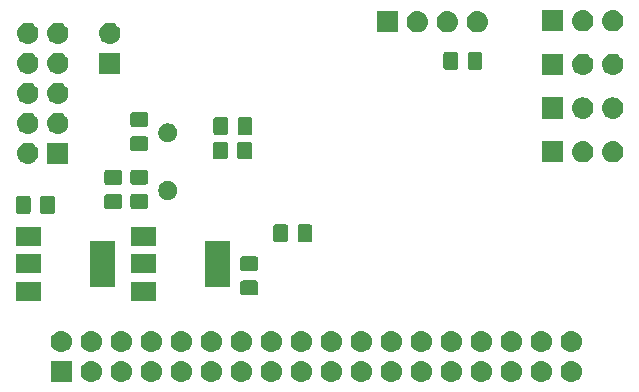
<source format=gbr>
G04 #@! TF.GenerationSoftware,KiCad,Pcbnew,(5.1.4)-1*
G04 #@! TF.CreationDate,2020-06-16T20:58:40+02:00*
G04 #@! TF.ProjectId,STM32F030C6_Board,53544d33-3246-4303-9330-43365f426f61,rev?*
G04 #@! TF.SameCoordinates,Original*
G04 #@! TF.FileFunction,Soldermask,Bot*
G04 #@! TF.FilePolarity,Negative*
%FSLAX46Y46*%
G04 Gerber Fmt 4.6, Leading zero omitted, Abs format (unit mm)*
G04 Created by KiCad (PCBNEW (5.1.4)-1) date 2020-06-16 20:58:40*
%MOMM*%
%LPD*%
G04 APERTURE LIST*
%ADD10C,0.100000*%
G04 APERTURE END LIST*
D10*
G36*
X195290442Y-123605518D02*
G01*
X195356627Y-123612037D01*
X195526466Y-123663557D01*
X195682991Y-123747222D01*
X195718729Y-123776552D01*
X195820186Y-123859814D01*
X195903448Y-123961271D01*
X195932778Y-123997009D01*
X196016443Y-124153534D01*
X196067963Y-124323373D01*
X196085359Y-124500000D01*
X196067963Y-124676627D01*
X196016443Y-124846466D01*
X195932778Y-125002991D01*
X195903448Y-125038729D01*
X195820186Y-125140186D01*
X195718729Y-125223448D01*
X195682991Y-125252778D01*
X195526466Y-125336443D01*
X195356627Y-125387963D01*
X195290442Y-125394482D01*
X195224260Y-125401000D01*
X195135740Y-125401000D01*
X195069558Y-125394482D01*
X195003373Y-125387963D01*
X194833534Y-125336443D01*
X194677009Y-125252778D01*
X194641271Y-125223448D01*
X194539814Y-125140186D01*
X194456552Y-125038729D01*
X194427222Y-125002991D01*
X194343557Y-124846466D01*
X194292037Y-124676627D01*
X194274641Y-124500000D01*
X194292037Y-124323373D01*
X194343557Y-124153534D01*
X194427222Y-123997009D01*
X194456552Y-123961271D01*
X194539814Y-123859814D01*
X194641271Y-123776552D01*
X194677009Y-123747222D01*
X194833534Y-123663557D01*
X195003373Y-123612037D01*
X195069558Y-123605518D01*
X195135740Y-123599000D01*
X195224260Y-123599000D01*
X195290442Y-123605518D01*
X195290442Y-123605518D01*
G37*
G36*
X172430442Y-123605518D02*
G01*
X172496627Y-123612037D01*
X172666466Y-123663557D01*
X172822991Y-123747222D01*
X172858729Y-123776552D01*
X172960186Y-123859814D01*
X173043448Y-123961271D01*
X173072778Y-123997009D01*
X173156443Y-124153534D01*
X173207963Y-124323373D01*
X173225359Y-124500000D01*
X173207963Y-124676627D01*
X173156443Y-124846466D01*
X173072778Y-125002991D01*
X173043448Y-125038729D01*
X172960186Y-125140186D01*
X172858729Y-125223448D01*
X172822991Y-125252778D01*
X172666466Y-125336443D01*
X172496627Y-125387963D01*
X172430442Y-125394482D01*
X172364260Y-125401000D01*
X172275740Y-125401000D01*
X172209558Y-125394482D01*
X172143373Y-125387963D01*
X171973534Y-125336443D01*
X171817009Y-125252778D01*
X171781271Y-125223448D01*
X171679814Y-125140186D01*
X171596552Y-125038729D01*
X171567222Y-125002991D01*
X171483557Y-124846466D01*
X171432037Y-124676627D01*
X171414641Y-124500000D01*
X171432037Y-124323373D01*
X171483557Y-124153534D01*
X171567222Y-123997009D01*
X171596552Y-123961271D01*
X171679814Y-123859814D01*
X171781271Y-123776552D01*
X171817009Y-123747222D01*
X171973534Y-123663557D01*
X172143373Y-123612037D01*
X172209558Y-123605518D01*
X172275740Y-123599000D01*
X172364260Y-123599000D01*
X172430442Y-123605518D01*
X172430442Y-123605518D01*
G37*
G36*
X152901000Y-125401000D02*
G01*
X151099000Y-125401000D01*
X151099000Y-123599000D01*
X152901000Y-123599000D01*
X152901000Y-125401000D01*
X152901000Y-125401000D01*
G37*
G36*
X154650442Y-123605518D02*
G01*
X154716627Y-123612037D01*
X154886466Y-123663557D01*
X155042991Y-123747222D01*
X155078729Y-123776552D01*
X155180186Y-123859814D01*
X155263448Y-123961271D01*
X155292778Y-123997009D01*
X155376443Y-124153534D01*
X155427963Y-124323373D01*
X155445359Y-124500000D01*
X155427963Y-124676627D01*
X155376443Y-124846466D01*
X155292778Y-125002991D01*
X155263448Y-125038729D01*
X155180186Y-125140186D01*
X155078729Y-125223448D01*
X155042991Y-125252778D01*
X154886466Y-125336443D01*
X154716627Y-125387963D01*
X154650442Y-125394482D01*
X154584260Y-125401000D01*
X154495740Y-125401000D01*
X154429558Y-125394482D01*
X154363373Y-125387963D01*
X154193534Y-125336443D01*
X154037009Y-125252778D01*
X154001271Y-125223448D01*
X153899814Y-125140186D01*
X153816552Y-125038729D01*
X153787222Y-125002991D01*
X153703557Y-124846466D01*
X153652037Y-124676627D01*
X153634641Y-124500000D01*
X153652037Y-124323373D01*
X153703557Y-124153534D01*
X153787222Y-123997009D01*
X153816552Y-123961271D01*
X153899814Y-123859814D01*
X154001271Y-123776552D01*
X154037009Y-123747222D01*
X154193534Y-123663557D01*
X154363373Y-123612037D01*
X154429558Y-123605518D01*
X154495740Y-123599000D01*
X154584260Y-123599000D01*
X154650442Y-123605518D01*
X154650442Y-123605518D01*
G37*
G36*
X157190442Y-123605518D02*
G01*
X157256627Y-123612037D01*
X157426466Y-123663557D01*
X157582991Y-123747222D01*
X157618729Y-123776552D01*
X157720186Y-123859814D01*
X157803448Y-123961271D01*
X157832778Y-123997009D01*
X157916443Y-124153534D01*
X157967963Y-124323373D01*
X157985359Y-124500000D01*
X157967963Y-124676627D01*
X157916443Y-124846466D01*
X157832778Y-125002991D01*
X157803448Y-125038729D01*
X157720186Y-125140186D01*
X157618729Y-125223448D01*
X157582991Y-125252778D01*
X157426466Y-125336443D01*
X157256627Y-125387963D01*
X157190442Y-125394482D01*
X157124260Y-125401000D01*
X157035740Y-125401000D01*
X156969558Y-125394482D01*
X156903373Y-125387963D01*
X156733534Y-125336443D01*
X156577009Y-125252778D01*
X156541271Y-125223448D01*
X156439814Y-125140186D01*
X156356552Y-125038729D01*
X156327222Y-125002991D01*
X156243557Y-124846466D01*
X156192037Y-124676627D01*
X156174641Y-124500000D01*
X156192037Y-124323373D01*
X156243557Y-124153534D01*
X156327222Y-123997009D01*
X156356552Y-123961271D01*
X156439814Y-123859814D01*
X156541271Y-123776552D01*
X156577009Y-123747222D01*
X156733534Y-123663557D01*
X156903373Y-123612037D01*
X156969558Y-123605518D01*
X157035740Y-123599000D01*
X157124260Y-123599000D01*
X157190442Y-123605518D01*
X157190442Y-123605518D01*
G37*
G36*
X159730442Y-123605518D02*
G01*
X159796627Y-123612037D01*
X159966466Y-123663557D01*
X160122991Y-123747222D01*
X160158729Y-123776552D01*
X160260186Y-123859814D01*
X160343448Y-123961271D01*
X160372778Y-123997009D01*
X160456443Y-124153534D01*
X160507963Y-124323373D01*
X160525359Y-124500000D01*
X160507963Y-124676627D01*
X160456443Y-124846466D01*
X160372778Y-125002991D01*
X160343448Y-125038729D01*
X160260186Y-125140186D01*
X160158729Y-125223448D01*
X160122991Y-125252778D01*
X159966466Y-125336443D01*
X159796627Y-125387963D01*
X159730442Y-125394482D01*
X159664260Y-125401000D01*
X159575740Y-125401000D01*
X159509558Y-125394482D01*
X159443373Y-125387963D01*
X159273534Y-125336443D01*
X159117009Y-125252778D01*
X159081271Y-125223448D01*
X158979814Y-125140186D01*
X158896552Y-125038729D01*
X158867222Y-125002991D01*
X158783557Y-124846466D01*
X158732037Y-124676627D01*
X158714641Y-124500000D01*
X158732037Y-124323373D01*
X158783557Y-124153534D01*
X158867222Y-123997009D01*
X158896552Y-123961271D01*
X158979814Y-123859814D01*
X159081271Y-123776552D01*
X159117009Y-123747222D01*
X159273534Y-123663557D01*
X159443373Y-123612037D01*
X159509558Y-123605518D01*
X159575740Y-123599000D01*
X159664260Y-123599000D01*
X159730442Y-123605518D01*
X159730442Y-123605518D01*
G37*
G36*
X162270442Y-123605518D02*
G01*
X162336627Y-123612037D01*
X162506466Y-123663557D01*
X162662991Y-123747222D01*
X162698729Y-123776552D01*
X162800186Y-123859814D01*
X162883448Y-123961271D01*
X162912778Y-123997009D01*
X162996443Y-124153534D01*
X163047963Y-124323373D01*
X163065359Y-124500000D01*
X163047963Y-124676627D01*
X162996443Y-124846466D01*
X162912778Y-125002991D01*
X162883448Y-125038729D01*
X162800186Y-125140186D01*
X162698729Y-125223448D01*
X162662991Y-125252778D01*
X162506466Y-125336443D01*
X162336627Y-125387963D01*
X162270442Y-125394482D01*
X162204260Y-125401000D01*
X162115740Y-125401000D01*
X162049558Y-125394482D01*
X161983373Y-125387963D01*
X161813534Y-125336443D01*
X161657009Y-125252778D01*
X161621271Y-125223448D01*
X161519814Y-125140186D01*
X161436552Y-125038729D01*
X161407222Y-125002991D01*
X161323557Y-124846466D01*
X161272037Y-124676627D01*
X161254641Y-124500000D01*
X161272037Y-124323373D01*
X161323557Y-124153534D01*
X161407222Y-123997009D01*
X161436552Y-123961271D01*
X161519814Y-123859814D01*
X161621271Y-123776552D01*
X161657009Y-123747222D01*
X161813534Y-123663557D01*
X161983373Y-123612037D01*
X162049558Y-123605518D01*
X162115740Y-123599000D01*
X162204260Y-123599000D01*
X162270442Y-123605518D01*
X162270442Y-123605518D01*
G37*
G36*
X164810442Y-123605518D02*
G01*
X164876627Y-123612037D01*
X165046466Y-123663557D01*
X165202991Y-123747222D01*
X165238729Y-123776552D01*
X165340186Y-123859814D01*
X165423448Y-123961271D01*
X165452778Y-123997009D01*
X165536443Y-124153534D01*
X165587963Y-124323373D01*
X165605359Y-124500000D01*
X165587963Y-124676627D01*
X165536443Y-124846466D01*
X165452778Y-125002991D01*
X165423448Y-125038729D01*
X165340186Y-125140186D01*
X165238729Y-125223448D01*
X165202991Y-125252778D01*
X165046466Y-125336443D01*
X164876627Y-125387963D01*
X164810442Y-125394482D01*
X164744260Y-125401000D01*
X164655740Y-125401000D01*
X164589558Y-125394482D01*
X164523373Y-125387963D01*
X164353534Y-125336443D01*
X164197009Y-125252778D01*
X164161271Y-125223448D01*
X164059814Y-125140186D01*
X163976552Y-125038729D01*
X163947222Y-125002991D01*
X163863557Y-124846466D01*
X163812037Y-124676627D01*
X163794641Y-124500000D01*
X163812037Y-124323373D01*
X163863557Y-124153534D01*
X163947222Y-123997009D01*
X163976552Y-123961271D01*
X164059814Y-123859814D01*
X164161271Y-123776552D01*
X164197009Y-123747222D01*
X164353534Y-123663557D01*
X164523373Y-123612037D01*
X164589558Y-123605518D01*
X164655740Y-123599000D01*
X164744260Y-123599000D01*
X164810442Y-123605518D01*
X164810442Y-123605518D01*
G37*
G36*
X167350442Y-123605518D02*
G01*
X167416627Y-123612037D01*
X167586466Y-123663557D01*
X167742991Y-123747222D01*
X167778729Y-123776552D01*
X167880186Y-123859814D01*
X167963448Y-123961271D01*
X167992778Y-123997009D01*
X168076443Y-124153534D01*
X168127963Y-124323373D01*
X168145359Y-124500000D01*
X168127963Y-124676627D01*
X168076443Y-124846466D01*
X167992778Y-125002991D01*
X167963448Y-125038729D01*
X167880186Y-125140186D01*
X167778729Y-125223448D01*
X167742991Y-125252778D01*
X167586466Y-125336443D01*
X167416627Y-125387963D01*
X167350442Y-125394482D01*
X167284260Y-125401000D01*
X167195740Y-125401000D01*
X167129558Y-125394482D01*
X167063373Y-125387963D01*
X166893534Y-125336443D01*
X166737009Y-125252778D01*
X166701271Y-125223448D01*
X166599814Y-125140186D01*
X166516552Y-125038729D01*
X166487222Y-125002991D01*
X166403557Y-124846466D01*
X166352037Y-124676627D01*
X166334641Y-124500000D01*
X166352037Y-124323373D01*
X166403557Y-124153534D01*
X166487222Y-123997009D01*
X166516552Y-123961271D01*
X166599814Y-123859814D01*
X166701271Y-123776552D01*
X166737009Y-123747222D01*
X166893534Y-123663557D01*
X167063373Y-123612037D01*
X167129558Y-123605518D01*
X167195740Y-123599000D01*
X167284260Y-123599000D01*
X167350442Y-123605518D01*
X167350442Y-123605518D01*
G37*
G36*
X169890442Y-123605518D02*
G01*
X169956627Y-123612037D01*
X170126466Y-123663557D01*
X170282991Y-123747222D01*
X170318729Y-123776552D01*
X170420186Y-123859814D01*
X170503448Y-123961271D01*
X170532778Y-123997009D01*
X170616443Y-124153534D01*
X170667963Y-124323373D01*
X170685359Y-124500000D01*
X170667963Y-124676627D01*
X170616443Y-124846466D01*
X170532778Y-125002991D01*
X170503448Y-125038729D01*
X170420186Y-125140186D01*
X170318729Y-125223448D01*
X170282991Y-125252778D01*
X170126466Y-125336443D01*
X169956627Y-125387963D01*
X169890442Y-125394482D01*
X169824260Y-125401000D01*
X169735740Y-125401000D01*
X169669558Y-125394482D01*
X169603373Y-125387963D01*
X169433534Y-125336443D01*
X169277009Y-125252778D01*
X169241271Y-125223448D01*
X169139814Y-125140186D01*
X169056552Y-125038729D01*
X169027222Y-125002991D01*
X168943557Y-124846466D01*
X168892037Y-124676627D01*
X168874641Y-124500000D01*
X168892037Y-124323373D01*
X168943557Y-124153534D01*
X169027222Y-123997009D01*
X169056552Y-123961271D01*
X169139814Y-123859814D01*
X169241271Y-123776552D01*
X169277009Y-123747222D01*
X169433534Y-123663557D01*
X169603373Y-123612037D01*
X169669558Y-123605518D01*
X169735740Y-123599000D01*
X169824260Y-123599000D01*
X169890442Y-123605518D01*
X169890442Y-123605518D01*
G37*
G36*
X177510442Y-123605518D02*
G01*
X177576627Y-123612037D01*
X177746466Y-123663557D01*
X177902991Y-123747222D01*
X177938729Y-123776552D01*
X178040186Y-123859814D01*
X178123448Y-123961271D01*
X178152778Y-123997009D01*
X178236443Y-124153534D01*
X178287963Y-124323373D01*
X178305359Y-124500000D01*
X178287963Y-124676627D01*
X178236443Y-124846466D01*
X178152778Y-125002991D01*
X178123448Y-125038729D01*
X178040186Y-125140186D01*
X177938729Y-125223448D01*
X177902991Y-125252778D01*
X177746466Y-125336443D01*
X177576627Y-125387963D01*
X177510442Y-125394482D01*
X177444260Y-125401000D01*
X177355740Y-125401000D01*
X177289558Y-125394482D01*
X177223373Y-125387963D01*
X177053534Y-125336443D01*
X176897009Y-125252778D01*
X176861271Y-125223448D01*
X176759814Y-125140186D01*
X176676552Y-125038729D01*
X176647222Y-125002991D01*
X176563557Y-124846466D01*
X176512037Y-124676627D01*
X176494641Y-124500000D01*
X176512037Y-124323373D01*
X176563557Y-124153534D01*
X176647222Y-123997009D01*
X176676552Y-123961271D01*
X176759814Y-123859814D01*
X176861271Y-123776552D01*
X176897009Y-123747222D01*
X177053534Y-123663557D01*
X177223373Y-123612037D01*
X177289558Y-123605518D01*
X177355740Y-123599000D01*
X177444260Y-123599000D01*
X177510442Y-123605518D01*
X177510442Y-123605518D01*
G37*
G36*
X180050442Y-123605518D02*
G01*
X180116627Y-123612037D01*
X180286466Y-123663557D01*
X180442991Y-123747222D01*
X180478729Y-123776552D01*
X180580186Y-123859814D01*
X180663448Y-123961271D01*
X180692778Y-123997009D01*
X180776443Y-124153534D01*
X180827963Y-124323373D01*
X180845359Y-124500000D01*
X180827963Y-124676627D01*
X180776443Y-124846466D01*
X180692778Y-125002991D01*
X180663448Y-125038729D01*
X180580186Y-125140186D01*
X180478729Y-125223448D01*
X180442991Y-125252778D01*
X180286466Y-125336443D01*
X180116627Y-125387963D01*
X180050442Y-125394482D01*
X179984260Y-125401000D01*
X179895740Y-125401000D01*
X179829558Y-125394482D01*
X179763373Y-125387963D01*
X179593534Y-125336443D01*
X179437009Y-125252778D01*
X179401271Y-125223448D01*
X179299814Y-125140186D01*
X179216552Y-125038729D01*
X179187222Y-125002991D01*
X179103557Y-124846466D01*
X179052037Y-124676627D01*
X179034641Y-124500000D01*
X179052037Y-124323373D01*
X179103557Y-124153534D01*
X179187222Y-123997009D01*
X179216552Y-123961271D01*
X179299814Y-123859814D01*
X179401271Y-123776552D01*
X179437009Y-123747222D01*
X179593534Y-123663557D01*
X179763373Y-123612037D01*
X179829558Y-123605518D01*
X179895740Y-123599000D01*
X179984260Y-123599000D01*
X180050442Y-123605518D01*
X180050442Y-123605518D01*
G37*
G36*
X182590442Y-123605518D02*
G01*
X182656627Y-123612037D01*
X182826466Y-123663557D01*
X182982991Y-123747222D01*
X183018729Y-123776552D01*
X183120186Y-123859814D01*
X183203448Y-123961271D01*
X183232778Y-123997009D01*
X183316443Y-124153534D01*
X183367963Y-124323373D01*
X183385359Y-124500000D01*
X183367963Y-124676627D01*
X183316443Y-124846466D01*
X183232778Y-125002991D01*
X183203448Y-125038729D01*
X183120186Y-125140186D01*
X183018729Y-125223448D01*
X182982991Y-125252778D01*
X182826466Y-125336443D01*
X182656627Y-125387963D01*
X182590442Y-125394482D01*
X182524260Y-125401000D01*
X182435740Y-125401000D01*
X182369558Y-125394482D01*
X182303373Y-125387963D01*
X182133534Y-125336443D01*
X181977009Y-125252778D01*
X181941271Y-125223448D01*
X181839814Y-125140186D01*
X181756552Y-125038729D01*
X181727222Y-125002991D01*
X181643557Y-124846466D01*
X181592037Y-124676627D01*
X181574641Y-124500000D01*
X181592037Y-124323373D01*
X181643557Y-124153534D01*
X181727222Y-123997009D01*
X181756552Y-123961271D01*
X181839814Y-123859814D01*
X181941271Y-123776552D01*
X181977009Y-123747222D01*
X182133534Y-123663557D01*
X182303373Y-123612037D01*
X182369558Y-123605518D01*
X182435740Y-123599000D01*
X182524260Y-123599000D01*
X182590442Y-123605518D01*
X182590442Y-123605518D01*
G37*
G36*
X185130442Y-123605518D02*
G01*
X185196627Y-123612037D01*
X185366466Y-123663557D01*
X185522991Y-123747222D01*
X185558729Y-123776552D01*
X185660186Y-123859814D01*
X185743448Y-123961271D01*
X185772778Y-123997009D01*
X185856443Y-124153534D01*
X185907963Y-124323373D01*
X185925359Y-124500000D01*
X185907963Y-124676627D01*
X185856443Y-124846466D01*
X185772778Y-125002991D01*
X185743448Y-125038729D01*
X185660186Y-125140186D01*
X185558729Y-125223448D01*
X185522991Y-125252778D01*
X185366466Y-125336443D01*
X185196627Y-125387963D01*
X185130442Y-125394482D01*
X185064260Y-125401000D01*
X184975740Y-125401000D01*
X184909558Y-125394482D01*
X184843373Y-125387963D01*
X184673534Y-125336443D01*
X184517009Y-125252778D01*
X184481271Y-125223448D01*
X184379814Y-125140186D01*
X184296552Y-125038729D01*
X184267222Y-125002991D01*
X184183557Y-124846466D01*
X184132037Y-124676627D01*
X184114641Y-124500000D01*
X184132037Y-124323373D01*
X184183557Y-124153534D01*
X184267222Y-123997009D01*
X184296552Y-123961271D01*
X184379814Y-123859814D01*
X184481271Y-123776552D01*
X184517009Y-123747222D01*
X184673534Y-123663557D01*
X184843373Y-123612037D01*
X184909558Y-123605518D01*
X184975740Y-123599000D01*
X185064260Y-123599000D01*
X185130442Y-123605518D01*
X185130442Y-123605518D01*
G37*
G36*
X187670442Y-123605518D02*
G01*
X187736627Y-123612037D01*
X187906466Y-123663557D01*
X188062991Y-123747222D01*
X188098729Y-123776552D01*
X188200186Y-123859814D01*
X188283448Y-123961271D01*
X188312778Y-123997009D01*
X188396443Y-124153534D01*
X188447963Y-124323373D01*
X188465359Y-124500000D01*
X188447963Y-124676627D01*
X188396443Y-124846466D01*
X188312778Y-125002991D01*
X188283448Y-125038729D01*
X188200186Y-125140186D01*
X188098729Y-125223448D01*
X188062991Y-125252778D01*
X187906466Y-125336443D01*
X187736627Y-125387963D01*
X187670442Y-125394482D01*
X187604260Y-125401000D01*
X187515740Y-125401000D01*
X187449558Y-125394482D01*
X187383373Y-125387963D01*
X187213534Y-125336443D01*
X187057009Y-125252778D01*
X187021271Y-125223448D01*
X186919814Y-125140186D01*
X186836552Y-125038729D01*
X186807222Y-125002991D01*
X186723557Y-124846466D01*
X186672037Y-124676627D01*
X186654641Y-124500000D01*
X186672037Y-124323373D01*
X186723557Y-124153534D01*
X186807222Y-123997009D01*
X186836552Y-123961271D01*
X186919814Y-123859814D01*
X187021271Y-123776552D01*
X187057009Y-123747222D01*
X187213534Y-123663557D01*
X187383373Y-123612037D01*
X187449558Y-123605518D01*
X187515740Y-123599000D01*
X187604260Y-123599000D01*
X187670442Y-123605518D01*
X187670442Y-123605518D01*
G37*
G36*
X190210442Y-123605518D02*
G01*
X190276627Y-123612037D01*
X190446466Y-123663557D01*
X190602991Y-123747222D01*
X190638729Y-123776552D01*
X190740186Y-123859814D01*
X190823448Y-123961271D01*
X190852778Y-123997009D01*
X190936443Y-124153534D01*
X190987963Y-124323373D01*
X191005359Y-124500000D01*
X190987963Y-124676627D01*
X190936443Y-124846466D01*
X190852778Y-125002991D01*
X190823448Y-125038729D01*
X190740186Y-125140186D01*
X190638729Y-125223448D01*
X190602991Y-125252778D01*
X190446466Y-125336443D01*
X190276627Y-125387963D01*
X190210442Y-125394482D01*
X190144260Y-125401000D01*
X190055740Y-125401000D01*
X189989558Y-125394482D01*
X189923373Y-125387963D01*
X189753534Y-125336443D01*
X189597009Y-125252778D01*
X189561271Y-125223448D01*
X189459814Y-125140186D01*
X189376552Y-125038729D01*
X189347222Y-125002991D01*
X189263557Y-124846466D01*
X189212037Y-124676627D01*
X189194641Y-124500000D01*
X189212037Y-124323373D01*
X189263557Y-124153534D01*
X189347222Y-123997009D01*
X189376552Y-123961271D01*
X189459814Y-123859814D01*
X189561271Y-123776552D01*
X189597009Y-123747222D01*
X189753534Y-123663557D01*
X189923373Y-123612037D01*
X189989558Y-123605518D01*
X190055740Y-123599000D01*
X190144260Y-123599000D01*
X190210442Y-123605518D01*
X190210442Y-123605518D01*
G37*
G36*
X192750442Y-123605518D02*
G01*
X192816627Y-123612037D01*
X192986466Y-123663557D01*
X193142991Y-123747222D01*
X193178729Y-123776552D01*
X193280186Y-123859814D01*
X193363448Y-123961271D01*
X193392778Y-123997009D01*
X193476443Y-124153534D01*
X193527963Y-124323373D01*
X193545359Y-124500000D01*
X193527963Y-124676627D01*
X193476443Y-124846466D01*
X193392778Y-125002991D01*
X193363448Y-125038729D01*
X193280186Y-125140186D01*
X193178729Y-125223448D01*
X193142991Y-125252778D01*
X192986466Y-125336443D01*
X192816627Y-125387963D01*
X192750442Y-125394482D01*
X192684260Y-125401000D01*
X192595740Y-125401000D01*
X192529558Y-125394482D01*
X192463373Y-125387963D01*
X192293534Y-125336443D01*
X192137009Y-125252778D01*
X192101271Y-125223448D01*
X191999814Y-125140186D01*
X191916552Y-125038729D01*
X191887222Y-125002991D01*
X191803557Y-124846466D01*
X191752037Y-124676627D01*
X191734641Y-124500000D01*
X191752037Y-124323373D01*
X191803557Y-124153534D01*
X191887222Y-123997009D01*
X191916552Y-123961271D01*
X191999814Y-123859814D01*
X192101271Y-123776552D01*
X192137009Y-123747222D01*
X192293534Y-123663557D01*
X192463373Y-123612037D01*
X192529558Y-123605518D01*
X192595740Y-123599000D01*
X192684260Y-123599000D01*
X192750442Y-123605518D01*
X192750442Y-123605518D01*
G37*
G36*
X174970442Y-123605518D02*
G01*
X175036627Y-123612037D01*
X175206466Y-123663557D01*
X175362991Y-123747222D01*
X175398729Y-123776552D01*
X175500186Y-123859814D01*
X175583448Y-123961271D01*
X175612778Y-123997009D01*
X175696443Y-124153534D01*
X175747963Y-124323373D01*
X175765359Y-124500000D01*
X175747963Y-124676627D01*
X175696443Y-124846466D01*
X175612778Y-125002991D01*
X175583448Y-125038729D01*
X175500186Y-125140186D01*
X175398729Y-125223448D01*
X175362991Y-125252778D01*
X175206466Y-125336443D01*
X175036627Y-125387963D01*
X174970442Y-125394482D01*
X174904260Y-125401000D01*
X174815740Y-125401000D01*
X174749558Y-125394482D01*
X174683373Y-125387963D01*
X174513534Y-125336443D01*
X174357009Y-125252778D01*
X174321271Y-125223448D01*
X174219814Y-125140186D01*
X174136552Y-125038729D01*
X174107222Y-125002991D01*
X174023557Y-124846466D01*
X173972037Y-124676627D01*
X173954641Y-124500000D01*
X173972037Y-124323373D01*
X174023557Y-124153534D01*
X174107222Y-123997009D01*
X174136552Y-123961271D01*
X174219814Y-123859814D01*
X174321271Y-123776552D01*
X174357009Y-123747222D01*
X174513534Y-123663557D01*
X174683373Y-123612037D01*
X174749558Y-123605518D01*
X174815740Y-123599000D01*
X174904260Y-123599000D01*
X174970442Y-123605518D01*
X174970442Y-123605518D01*
G37*
G36*
X172430442Y-121065518D02*
G01*
X172496627Y-121072037D01*
X172666466Y-121123557D01*
X172822991Y-121207222D01*
X172858729Y-121236552D01*
X172960186Y-121319814D01*
X173043448Y-121421271D01*
X173072778Y-121457009D01*
X173156443Y-121613534D01*
X173207963Y-121783373D01*
X173225359Y-121960000D01*
X173207963Y-122136627D01*
X173156443Y-122306466D01*
X173072778Y-122462991D01*
X173043448Y-122498729D01*
X172960186Y-122600186D01*
X172858729Y-122683448D01*
X172822991Y-122712778D01*
X172666466Y-122796443D01*
X172496627Y-122847963D01*
X172430442Y-122854482D01*
X172364260Y-122861000D01*
X172275740Y-122861000D01*
X172209558Y-122854482D01*
X172143373Y-122847963D01*
X171973534Y-122796443D01*
X171817009Y-122712778D01*
X171781271Y-122683448D01*
X171679814Y-122600186D01*
X171596552Y-122498729D01*
X171567222Y-122462991D01*
X171483557Y-122306466D01*
X171432037Y-122136627D01*
X171414641Y-121960000D01*
X171432037Y-121783373D01*
X171483557Y-121613534D01*
X171567222Y-121457009D01*
X171596552Y-121421271D01*
X171679814Y-121319814D01*
X171781271Y-121236552D01*
X171817009Y-121207222D01*
X171973534Y-121123557D01*
X172143373Y-121072037D01*
X172209558Y-121065518D01*
X172275740Y-121059000D01*
X172364260Y-121059000D01*
X172430442Y-121065518D01*
X172430442Y-121065518D01*
G37*
G36*
X169890442Y-121065518D02*
G01*
X169956627Y-121072037D01*
X170126466Y-121123557D01*
X170282991Y-121207222D01*
X170318729Y-121236552D01*
X170420186Y-121319814D01*
X170503448Y-121421271D01*
X170532778Y-121457009D01*
X170616443Y-121613534D01*
X170667963Y-121783373D01*
X170685359Y-121960000D01*
X170667963Y-122136627D01*
X170616443Y-122306466D01*
X170532778Y-122462991D01*
X170503448Y-122498729D01*
X170420186Y-122600186D01*
X170318729Y-122683448D01*
X170282991Y-122712778D01*
X170126466Y-122796443D01*
X169956627Y-122847963D01*
X169890442Y-122854482D01*
X169824260Y-122861000D01*
X169735740Y-122861000D01*
X169669558Y-122854482D01*
X169603373Y-122847963D01*
X169433534Y-122796443D01*
X169277009Y-122712778D01*
X169241271Y-122683448D01*
X169139814Y-122600186D01*
X169056552Y-122498729D01*
X169027222Y-122462991D01*
X168943557Y-122306466D01*
X168892037Y-122136627D01*
X168874641Y-121960000D01*
X168892037Y-121783373D01*
X168943557Y-121613534D01*
X169027222Y-121457009D01*
X169056552Y-121421271D01*
X169139814Y-121319814D01*
X169241271Y-121236552D01*
X169277009Y-121207222D01*
X169433534Y-121123557D01*
X169603373Y-121072037D01*
X169669558Y-121065518D01*
X169735740Y-121059000D01*
X169824260Y-121059000D01*
X169890442Y-121065518D01*
X169890442Y-121065518D01*
G37*
G36*
X167350442Y-121065518D02*
G01*
X167416627Y-121072037D01*
X167586466Y-121123557D01*
X167742991Y-121207222D01*
X167778729Y-121236552D01*
X167880186Y-121319814D01*
X167963448Y-121421271D01*
X167992778Y-121457009D01*
X168076443Y-121613534D01*
X168127963Y-121783373D01*
X168145359Y-121960000D01*
X168127963Y-122136627D01*
X168076443Y-122306466D01*
X167992778Y-122462991D01*
X167963448Y-122498729D01*
X167880186Y-122600186D01*
X167778729Y-122683448D01*
X167742991Y-122712778D01*
X167586466Y-122796443D01*
X167416627Y-122847963D01*
X167350442Y-122854482D01*
X167284260Y-122861000D01*
X167195740Y-122861000D01*
X167129558Y-122854482D01*
X167063373Y-122847963D01*
X166893534Y-122796443D01*
X166737009Y-122712778D01*
X166701271Y-122683448D01*
X166599814Y-122600186D01*
X166516552Y-122498729D01*
X166487222Y-122462991D01*
X166403557Y-122306466D01*
X166352037Y-122136627D01*
X166334641Y-121960000D01*
X166352037Y-121783373D01*
X166403557Y-121613534D01*
X166487222Y-121457009D01*
X166516552Y-121421271D01*
X166599814Y-121319814D01*
X166701271Y-121236552D01*
X166737009Y-121207222D01*
X166893534Y-121123557D01*
X167063373Y-121072037D01*
X167129558Y-121065518D01*
X167195740Y-121059000D01*
X167284260Y-121059000D01*
X167350442Y-121065518D01*
X167350442Y-121065518D01*
G37*
G36*
X164810442Y-121065518D02*
G01*
X164876627Y-121072037D01*
X165046466Y-121123557D01*
X165202991Y-121207222D01*
X165238729Y-121236552D01*
X165340186Y-121319814D01*
X165423448Y-121421271D01*
X165452778Y-121457009D01*
X165536443Y-121613534D01*
X165587963Y-121783373D01*
X165605359Y-121960000D01*
X165587963Y-122136627D01*
X165536443Y-122306466D01*
X165452778Y-122462991D01*
X165423448Y-122498729D01*
X165340186Y-122600186D01*
X165238729Y-122683448D01*
X165202991Y-122712778D01*
X165046466Y-122796443D01*
X164876627Y-122847963D01*
X164810442Y-122854482D01*
X164744260Y-122861000D01*
X164655740Y-122861000D01*
X164589558Y-122854482D01*
X164523373Y-122847963D01*
X164353534Y-122796443D01*
X164197009Y-122712778D01*
X164161271Y-122683448D01*
X164059814Y-122600186D01*
X163976552Y-122498729D01*
X163947222Y-122462991D01*
X163863557Y-122306466D01*
X163812037Y-122136627D01*
X163794641Y-121960000D01*
X163812037Y-121783373D01*
X163863557Y-121613534D01*
X163947222Y-121457009D01*
X163976552Y-121421271D01*
X164059814Y-121319814D01*
X164161271Y-121236552D01*
X164197009Y-121207222D01*
X164353534Y-121123557D01*
X164523373Y-121072037D01*
X164589558Y-121065518D01*
X164655740Y-121059000D01*
X164744260Y-121059000D01*
X164810442Y-121065518D01*
X164810442Y-121065518D01*
G37*
G36*
X162270442Y-121065518D02*
G01*
X162336627Y-121072037D01*
X162506466Y-121123557D01*
X162662991Y-121207222D01*
X162698729Y-121236552D01*
X162800186Y-121319814D01*
X162883448Y-121421271D01*
X162912778Y-121457009D01*
X162996443Y-121613534D01*
X163047963Y-121783373D01*
X163065359Y-121960000D01*
X163047963Y-122136627D01*
X162996443Y-122306466D01*
X162912778Y-122462991D01*
X162883448Y-122498729D01*
X162800186Y-122600186D01*
X162698729Y-122683448D01*
X162662991Y-122712778D01*
X162506466Y-122796443D01*
X162336627Y-122847963D01*
X162270442Y-122854482D01*
X162204260Y-122861000D01*
X162115740Y-122861000D01*
X162049558Y-122854482D01*
X161983373Y-122847963D01*
X161813534Y-122796443D01*
X161657009Y-122712778D01*
X161621271Y-122683448D01*
X161519814Y-122600186D01*
X161436552Y-122498729D01*
X161407222Y-122462991D01*
X161323557Y-122306466D01*
X161272037Y-122136627D01*
X161254641Y-121960000D01*
X161272037Y-121783373D01*
X161323557Y-121613534D01*
X161407222Y-121457009D01*
X161436552Y-121421271D01*
X161519814Y-121319814D01*
X161621271Y-121236552D01*
X161657009Y-121207222D01*
X161813534Y-121123557D01*
X161983373Y-121072037D01*
X162049558Y-121065518D01*
X162115740Y-121059000D01*
X162204260Y-121059000D01*
X162270442Y-121065518D01*
X162270442Y-121065518D01*
G37*
G36*
X159730442Y-121065518D02*
G01*
X159796627Y-121072037D01*
X159966466Y-121123557D01*
X160122991Y-121207222D01*
X160158729Y-121236552D01*
X160260186Y-121319814D01*
X160343448Y-121421271D01*
X160372778Y-121457009D01*
X160456443Y-121613534D01*
X160507963Y-121783373D01*
X160525359Y-121960000D01*
X160507963Y-122136627D01*
X160456443Y-122306466D01*
X160372778Y-122462991D01*
X160343448Y-122498729D01*
X160260186Y-122600186D01*
X160158729Y-122683448D01*
X160122991Y-122712778D01*
X159966466Y-122796443D01*
X159796627Y-122847963D01*
X159730442Y-122854482D01*
X159664260Y-122861000D01*
X159575740Y-122861000D01*
X159509558Y-122854482D01*
X159443373Y-122847963D01*
X159273534Y-122796443D01*
X159117009Y-122712778D01*
X159081271Y-122683448D01*
X158979814Y-122600186D01*
X158896552Y-122498729D01*
X158867222Y-122462991D01*
X158783557Y-122306466D01*
X158732037Y-122136627D01*
X158714641Y-121960000D01*
X158732037Y-121783373D01*
X158783557Y-121613534D01*
X158867222Y-121457009D01*
X158896552Y-121421271D01*
X158979814Y-121319814D01*
X159081271Y-121236552D01*
X159117009Y-121207222D01*
X159273534Y-121123557D01*
X159443373Y-121072037D01*
X159509558Y-121065518D01*
X159575740Y-121059000D01*
X159664260Y-121059000D01*
X159730442Y-121065518D01*
X159730442Y-121065518D01*
G37*
G36*
X157190442Y-121065518D02*
G01*
X157256627Y-121072037D01*
X157426466Y-121123557D01*
X157582991Y-121207222D01*
X157618729Y-121236552D01*
X157720186Y-121319814D01*
X157803448Y-121421271D01*
X157832778Y-121457009D01*
X157916443Y-121613534D01*
X157967963Y-121783373D01*
X157985359Y-121960000D01*
X157967963Y-122136627D01*
X157916443Y-122306466D01*
X157832778Y-122462991D01*
X157803448Y-122498729D01*
X157720186Y-122600186D01*
X157618729Y-122683448D01*
X157582991Y-122712778D01*
X157426466Y-122796443D01*
X157256627Y-122847963D01*
X157190442Y-122854482D01*
X157124260Y-122861000D01*
X157035740Y-122861000D01*
X156969558Y-122854482D01*
X156903373Y-122847963D01*
X156733534Y-122796443D01*
X156577009Y-122712778D01*
X156541271Y-122683448D01*
X156439814Y-122600186D01*
X156356552Y-122498729D01*
X156327222Y-122462991D01*
X156243557Y-122306466D01*
X156192037Y-122136627D01*
X156174641Y-121960000D01*
X156192037Y-121783373D01*
X156243557Y-121613534D01*
X156327222Y-121457009D01*
X156356552Y-121421271D01*
X156439814Y-121319814D01*
X156541271Y-121236552D01*
X156577009Y-121207222D01*
X156733534Y-121123557D01*
X156903373Y-121072037D01*
X156969558Y-121065518D01*
X157035740Y-121059000D01*
X157124260Y-121059000D01*
X157190442Y-121065518D01*
X157190442Y-121065518D01*
G37*
G36*
X154650442Y-121065518D02*
G01*
X154716627Y-121072037D01*
X154886466Y-121123557D01*
X155042991Y-121207222D01*
X155078729Y-121236552D01*
X155180186Y-121319814D01*
X155263448Y-121421271D01*
X155292778Y-121457009D01*
X155376443Y-121613534D01*
X155427963Y-121783373D01*
X155445359Y-121960000D01*
X155427963Y-122136627D01*
X155376443Y-122306466D01*
X155292778Y-122462991D01*
X155263448Y-122498729D01*
X155180186Y-122600186D01*
X155078729Y-122683448D01*
X155042991Y-122712778D01*
X154886466Y-122796443D01*
X154716627Y-122847963D01*
X154650442Y-122854482D01*
X154584260Y-122861000D01*
X154495740Y-122861000D01*
X154429558Y-122854482D01*
X154363373Y-122847963D01*
X154193534Y-122796443D01*
X154037009Y-122712778D01*
X154001271Y-122683448D01*
X153899814Y-122600186D01*
X153816552Y-122498729D01*
X153787222Y-122462991D01*
X153703557Y-122306466D01*
X153652037Y-122136627D01*
X153634641Y-121960000D01*
X153652037Y-121783373D01*
X153703557Y-121613534D01*
X153787222Y-121457009D01*
X153816552Y-121421271D01*
X153899814Y-121319814D01*
X154001271Y-121236552D01*
X154037009Y-121207222D01*
X154193534Y-121123557D01*
X154363373Y-121072037D01*
X154429558Y-121065518D01*
X154495740Y-121059000D01*
X154584260Y-121059000D01*
X154650442Y-121065518D01*
X154650442Y-121065518D01*
G37*
G36*
X152110442Y-121065518D02*
G01*
X152176627Y-121072037D01*
X152346466Y-121123557D01*
X152502991Y-121207222D01*
X152538729Y-121236552D01*
X152640186Y-121319814D01*
X152723448Y-121421271D01*
X152752778Y-121457009D01*
X152836443Y-121613534D01*
X152887963Y-121783373D01*
X152905359Y-121960000D01*
X152887963Y-122136627D01*
X152836443Y-122306466D01*
X152752778Y-122462991D01*
X152723448Y-122498729D01*
X152640186Y-122600186D01*
X152538729Y-122683448D01*
X152502991Y-122712778D01*
X152346466Y-122796443D01*
X152176627Y-122847963D01*
X152110442Y-122854482D01*
X152044260Y-122861000D01*
X151955740Y-122861000D01*
X151889558Y-122854482D01*
X151823373Y-122847963D01*
X151653534Y-122796443D01*
X151497009Y-122712778D01*
X151461271Y-122683448D01*
X151359814Y-122600186D01*
X151276552Y-122498729D01*
X151247222Y-122462991D01*
X151163557Y-122306466D01*
X151112037Y-122136627D01*
X151094641Y-121960000D01*
X151112037Y-121783373D01*
X151163557Y-121613534D01*
X151247222Y-121457009D01*
X151276552Y-121421271D01*
X151359814Y-121319814D01*
X151461271Y-121236552D01*
X151497009Y-121207222D01*
X151653534Y-121123557D01*
X151823373Y-121072037D01*
X151889558Y-121065518D01*
X151955740Y-121059000D01*
X152044260Y-121059000D01*
X152110442Y-121065518D01*
X152110442Y-121065518D01*
G37*
G36*
X177510442Y-121065518D02*
G01*
X177576627Y-121072037D01*
X177746466Y-121123557D01*
X177902991Y-121207222D01*
X177938729Y-121236552D01*
X178040186Y-121319814D01*
X178123448Y-121421271D01*
X178152778Y-121457009D01*
X178236443Y-121613534D01*
X178287963Y-121783373D01*
X178305359Y-121960000D01*
X178287963Y-122136627D01*
X178236443Y-122306466D01*
X178152778Y-122462991D01*
X178123448Y-122498729D01*
X178040186Y-122600186D01*
X177938729Y-122683448D01*
X177902991Y-122712778D01*
X177746466Y-122796443D01*
X177576627Y-122847963D01*
X177510442Y-122854482D01*
X177444260Y-122861000D01*
X177355740Y-122861000D01*
X177289558Y-122854482D01*
X177223373Y-122847963D01*
X177053534Y-122796443D01*
X176897009Y-122712778D01*
X176861271Y-122683448D01*
X176759814Y-122600186D01*
X176676552Y-122498729D01*
X176647222Y-122462991D01*
X176563557Y-122306466D01*
X176512037Y-122136627D01*
X176494641Y-121960000D01*
X176512037Y-121783373D01*
X176563557Y-121613534D01*
X176647222Y-121457009D01*
X176676552Y-121421271D01*
X176759814Y-121319814D01*
X176861271Y-121236552D01*
X176897009Y-121207222D01*
X177053534Y-121123557D01*
X177223373Y-121072037D01*
X177289558Y-121065518D01*
X177355740Y-121059000D01*
X177444260Y-121059000D01*
X177510442Y-121065518D01*
X177510442Y-121065518D01*
G37*
G36*
X180050442Y-121065518D02*
G01*
X180116627Y-121072037D01*
X180286466Y-121123557D01*
X180442991Y-121207222D01*
X180478729Y-121236552D01*
X180580186Y-121319814D01*
X180663448Y-121421271D01*
X180692778Y-121457009D01*
X180776443Y-121613534D01*
X180827963Y-121783373D01*
X180845359Y-121960000D01*
X180827963Y-122136627D01*
X180776443Y-122306466D01*
X180692778Y-122462991D01*
X180663448Y-122498729D01*
X180580186Y-122600186D01*
X180478729Y-122683448D01*
X180442991Y-122712778D01*
X180286466Y-122796443D01*
X180116627Y-122847963D01*
X180050442Y-122854482D01*
X179984260Y-122861000D01*
X179895740Y-122861000D01*
X179829558Y-122854482D01*
X179763373Y-122847963D01*
X179593534Y-122796443D01*
X179437009Y-122712778D01*
X179401271Y-122683448D01*
X179299814Y-122600186D01*
X179216552Y-122498729D01*
X179187222Y-122462991D01*
X179103557Y-122306466D01*
X179052037Y-122136627D01*
X179034641Y-121960000D01*
X179052037Y-121783373D01*
X179103557Y-121613534D01*
X179187222Y-121457009D01*
X179216552Y-121421271D01*
X179299814Y-121319814D01*
X179401271Y-121236552D01*
X179437009Y-121207222D01*
X179593534Y-121123557D01*
X179763373Y-121072037D01*
X179829558Y-121065518D01*
X179895740Y-121059000D01*
X179984260Y-121059000D01*
X180050442Y-121065518D01*
X180050442Y-121065518D01*
G37*
G36*
X182590442Y-121065518D02*
G01*
X182656627Y-121072037D01*
X182826466Y-121123557D01*
X182982991Y-121207222D01*
X183018729Y-121236552D01*
X183120186Y-121319814D01*
X183203448Y-121421271D01*
X183232778Y-121457009D01*
X183316443Y-121613534D01*
X183367963Y-121783373D01*
X183385359Y-121960000D01*
X183367963Y-122136627D01*
X183316443Y-122306466D01*
X183232778Y-122462991D01*
X183203448Y-122498729D01*
X183120186Y-122600186D01*
X183018729Y-122683448D01*
X182982991Y-122712778D01*
X182826466Y-122796443D01*
X182656627Y-122847963D01*
X182590442Y-122854482D01*
X182524260Y-122861000D01*
X182435740Y-122861000D01*
X182369558Y-122854482D01*
X182303373Y-122847963D01*
X182133534Y-122796443D01*
X181977009Y-122712778D01*
X181941271Y-122683448D01*
X181839814Y-122600186D01*
X181756552Y-122498729D01*
X181727222Y-122462991D01*
X181643557Y-122306466D01*
X181592037Y-122136627D01*
X181574641Y-121960000D01*
X181592037Y-121783373D01*
X181643557Y-121613534D01*
X181727222Y-121457009D01*
X181756552Y-121421271D01*
X181839814Y-121319814D01*
X181941271Y-121236552D01*
X181977009Y-121207222D01*
X182133534Y-121123557D01*
X182303373Y-121072037D01*
X182369558Y-121065518D01*
X182435740Y-121059000D01*
X182524260Y-121059000D01*
X182590442Y-121065518D01*
X182590442Y-121065518D01*
G37*
G36*
X185130442Y-121065518D02*
G01*
X185196627Y-121072037D01*
X185366466Y-121123557D01*
X185522991Y-121207222D01*
X185558729Y-121236552D01*
X185660186Y-121319814D01*
X185743448Y-121421271D01*
X185772778Y-121457009D01*
X185856443Y-121613534D01*
X185907963Y-121783373D01*
X185925359Y-121960000D01*
X185907963Y-122136627D01*
X185856443Y-122306466D01*
X185772778Y-122462991D01*
X185743448Y-122498729D01*
X185660186Y-122600186D01*
X185558729Y-122683448D01*
X185522991Y-122712778D01*
X185366466Y-122796443D01*
X185196627Y-122847963D01*
X185130442Y-122854482D01*
X185064260Y-122861000D01*
X184975740Y-122861000D01*
X184909558Y-122854482D01*
X184843373Y-122847963D01*
X184673534Y-122796443D01*
X184517009Y-122712778D01*
X184481271Y-122683448D01*
X184379814Y-122600186D01*
X184296552Y-122498729D01*
X184267222Y-122462991D01*
X184183557Y-122306466D01*
X184132037Y-122136627D01*
X184114641Y-121960000D01*
X184132037Y-121783373D01*
X184183557Y-121613534D01*
X184267222Y-121457009D01*
X184296552Y-121421271D01*
X184379814Y-121319814D01*
X184481271Y-121236552D01*
X184517009Y-121207222D01*
X184673534Y-121123557D01*
X184843373Y-121072037D01*
X184909558Y-121065518D01*
X184975740Y-121059000D01*
X185064260Y-121059000D01*
X185130442Y-121065518D01*
X185130442Y-121065518D01*
G37*
G36*
X192750442Y-121065518D02*
G01*
X192816627Y-121072037D01*
X192986466Y-121123557D01*
X193142991Y-121207222D01*
X193178729Y-121236552D01*
X193280186Y-121319814D01*
X193363448Y-121421271D01*
X193392778Y-121457009D01*
X193476443Y-121613534D01*
X193527963Y-121783373D01*
X193545359Y-121960000D01*
X193527963Y-122136627D01*
X193476443Y-122306466D01*
X193392778Y-122462991D01*
X193363448Y-122498729D01*
X193280186Y-122600186D01*
X193178729Y-122683448D01*
X193142991Y-122712778D01*
X192986466Y-122796443D01*
X192816627Y-122847963D01*
X192750442Y-122854482D01*
X192684260Y-122861000D01*
X192595740Y-122861000D01*
X192529558Y-122854482D01*
X192463373Y-122847963D01*
X192293534Y-122796443D01*
X192137009Y-122712778D01*
X192101271Y-122683448D01*
X191999814Y-122600186D01*
X191916552Y-122498729D01*
X191887222Y-122462991D01*
X191803557Y-122306466D01*
X191752037Y-122136627D01*
X191734641Y-121960000D01*
X191752037Y-121783373D01*
X191803557Y-121613534D01*
X191887222Y-121457009D01*
X191916552Y-121421271D01*
X191999814Y-121319814D01*
X192101271Y-121236552D01*
X192137009Y-121207222D01*
X192293534Y-121123557D01*
X192463373Y-121072037D01*
X192529558Y-121065518D01*
X192595740Y-121059000D01*
X192684260Y-121059000D01*
X192750442Y-121065518D01*
X192750442Y-121065518D01*
G37*
G36*
X187670442Y-121065518D02*
G01*
X187736627Y-121072037D01*
X187906466Y-121123557D01*
X188062991Y-121207222D01*
X188098729Y-121236552D01*
X188200186Y-121319814D01*
X188283448Y-121421271D01*
X188312778Y-121457009D01*
X188396443Y-121613534D01*
X188447963Y-121783373D01*
X188465359Y-121960000D01*
X188447963Y-122136627D01*
X188396443Y-122306466D01*
X188312778Y-122462991D01*
X188283448Y-122498729D01*
X188200186Y-122600186D01*
X188098729Y-122683448D01*
X188062991Y-122712778D01*
X187906466Y-122796443D01*
X187736627Y-122847963D01*
X187670442Y-122854482D01*
X187604260Y-122861000D01*
X187515740Y-122861000D01*
X187449558Y-122854482D01*
X187383373Y-122847963D01*
X187213534Y-122796443D01*
X187057009Y-122712778D01*
X187021271Y-122683448D01*
X186919814Y-122600186D01*
X186836552Y-122498729D01*
X186807222Y-122462991D01*
X186723557Y-122306466D01*
X186672037Y-122136627D01*
X186654641Y-121960000D01*
X186672037Y-121783373D01*
X186723557Y-121613534D01*
X186807222Y-121457009D01*
X186836552Y-121421271D01*
X186919814Y-121319814D01*
X187021271Y-121236552D01*
X187057009Y-121207222D01*
X187213534Y-121123557D01*
X187383373Y-121072037D01*
X187449558Y-121065518D01*
X187515740Y-121059000D01*
X187604260Y-121059000D01*
X187670442Y-121065518D01*
X187670442Y-121065518D01*
G37*
G36*
X195290442Y-121065518D02*
G01*
X195356627Y-121072037D01*
X195526466Y-121123557D01*
X195682991Y-121207222D01*
X195718729Y-121236552D01*
X195820186Y-121319814D01*
X195903448Y-121421271D01*
X195932778Y-121457009D01*
X196016443Y-121613534D01*
X196067963Y-121783373D01*
X196085359Y-121960000D01*
X196067963Y-122136627D01*
X196016443Y-122306466D01*
X195932778Y-122462991D01*
X195903448Y-122498729D01*
X195820186Y-122600186D01*
X195718729Y-122683448D01*
X195682991Y-122712778D01*
X195526466Y-122796443D01*
X195356627Y-122847963D01*
X195290442Y-122854482D01*
X195224260Y-122861000D01*
X195135740Y-122861000D01*
X195069558Y-122854482D01*
X195003373Y-122847963D01*
X194833534Y-122796443D01*
X194677009Y-122712778D01*
X194641271Y-122683448D01*
X194539814Y-122600186D01*
X194456552Y-122498729D01*
X194427222Y-122462991D01*
X194343557Y-122306466D01*
X194292037Y-122136627D01*
X194274641Y-121960000D01*
X194292037Y-121783373D01*
X194343557Y-121613534D01*
X194427222Y-121457009D01*
X194456552Y-121421271D01*
X194539814Y-121319814D01*
X194641271Y-121236552D01*
X194677009Y-121207222D01*
X194833534Y-121123557D01*
X195003373Y-121072037D01*
X195069558Y-121065518D01*
X195135740Y-121059000D01*
X195224260Y-121059000D01*
X195290442Y-121065518D01*
X195290442Y-121065518D01*
G37*
G36*
X190210442Y-121065518D02*
G01*
X190276627Y-121072037D01*
X190446466Y-121123557D01*
X190602991Y-121207222D01*
X190638729Y-121236552D01*
X190740186Y-121319814D01*
X190823448Y-121421271D01*
X190852778Y-121457009D01*
X190936443Y-121613534D01*
X190987963Y-121783373D01*
X191005359Y-121960000D01*
X190987963Y-122136627D01*
X190936443Y-122306466D01*
X190852778Y-122462991D01*
X190823448Y-122498729D01*
X190740186Y-122600186D01*
X190638729Y-122683448D01*
X190602991Y-122712778D01*
X190446466Y-122796443D01*
X190276627Y-122847963D01*
X190210442Y-122854482D01*
X190144260Y-122861000D01*
X190055740Y-122861000D01*
X189989558Y-122854482D01*
X189923373Y-122847963D01*
X189753534Y-122796443D01*
X189597009Y-122712778D01*
X189561271Y-122683448D01*
X189459814Y-122600186D01*
X189376552Y-122498729D01*
X189347222Y-122462991D01*
X189263557Y-122306466D01*
X189212037Y-122136627D01*
X189194641Y-121960000D01*
X189212037Y-121783373D01*
X189263557Y-121613534D01*
X189347222Y-121457009D01*
X189376552Y-121421271D01*
X189459814Y-121319814D01*
X189561271Y-121236552D01*
X189597009Y-121207222D01*
X189753534Y-121123557D01*
X189923373Y-121072037D01*
X189989558Y-121065518D01*
X190055740Y-121059000D01*
X190144260Y-121059000D01*
X190210442Y-121065518D01*
X190210442Y-121065518D01*
G37*
G36*
X174970442Y-121065518D02*
G01*
X175036627Y-121072037D01*
X175206466Y-121123557D01*
X175362991Y-121207222D01*
X175398729Y-121236552D01*
X175500186Y-121319814D01*
X175583448Y-121421271D01*
X175612778Y-121457009D01*
X175696443Y-121613534D01*
X175747963Y-121783373D01*
X175765359Y-121960000D01*
X175747963Y-122136627D01*
X175696443Y-122306466D01*
X175612778Y-122462991D01*
X175583448Y-122498729D01*
X175500186Y-122600186D01*
X175398729Y-122683448D01*
X175362991Y-122712778D01*
X175206466Y-122796443D01*
X175036627Y-122847963D01*
X174970442Y-122854482D01*
X174904260Y-122861000D01*
X174815740Y-122861000D01*
X174749558Y-122854482D01*
X174683373Y-122847963D01*
X174513534Y-122796443D01*
X174357009Y-122712778D01*
X174321271Y-122683448D01*
X174219814Y-122600186D01*
X174136552Y-122498729D01*
X174107222Y-122462991D01*
X174023557Y-122306466D01*
X173972037Y-122136627D01*
X173954641Y-121960000D01*
X173972037Y-121783373D01*
X174023557Y-121613534D01*
X174107222Y-121457009D01*
X174136552Y-121421271D01*
X174219814Y-121319814D01*
X174321271Y-121236552D01*
X174357009Y-121207222D01*
X174513534Y-121123557D01*
X174683373Y-121072037D01*
X174749558Y-121065518D01*
X174815740Y-121059000D01*
X174904260Y-121059000D01*
X174970442Y-121065518D01*
X174970442Y-121065518D01*
G37*
G36*
X150251000Y-118501000D02*
G01*
X148149000Y-118501000D01*
X148149000Y-116899000D01*
X150251000Y-116899000D01*
X150251000Y-118501000D01*
X150251000Y-118501000D01*
G37*
G36*
X160001000Y-118501000D02*
G01*
X157899000Y-118501000D01*
X157899000Y-116899000D01*
X160001000Y-116899000D01*
X160001000Y-118501000D01*
X160001000Y-118501000D01*
G37*
G36*
X168488674Y-116803465D02*
G01*
X168526367Y-116814899D01*
X168561103Y-116833466D01*
X168591548Y-116858452D01*
X168616534Y-116888897D01*
X168635101Y-116923633D01*
X168646535Y-116961326D01*
X168651000Y-117006661D01*
X168651000Y-117843339D01*
X168646535Y-117888674D01*
X168635101Y-117926367D01*
X168616534Y-117961103D01*
X168591548Y-117991548D01*
X168561103Y-118016534D01*
X168526367Y-118035101D01*
X168488674Y-118046535D01*
X168443339Y-118051000D01*
X167356661Y-118051000D01*
X167311326Y-118046535D01*
X167273633Y-118035101D01*
X167238897Y-118016534D01*
X167208452Y-117991548D01*
X167183466Y-117961103D01*
X167164899Y-117926367D01*
X167153465Y-117888674D01*
X167149000Y-117843339D01*
X167149000Y-117006661D01*
X167153465Y-116961326D01*
X167164899Y-116923633D01*
X167183466Y-116888897D01*
X167208452Y-116858452D01*
X167238897Y-116833466D01*
X167273633Y-116814899D01*
X167311326Y-116803465D01*
X167356661Y-116799000D01*
X168443339Y-116799000D01*
X168488674Y-116803465D01*
X168488674Y-116803465D01*
G37*
G36*
X156551000Y-117351000D02*
G01*
X154449000Y-117351000D01*
X154449000Y-113449000D01*
X156551000Y-113449000D01*
X156551000Y-117351000D01*
X156551000Y-117351000D01*
G37*
G36*
X166301000Y-117351000D02*
G01*
X164199000Y-117351000D01*
X164199000Y-113449000D01*
X166301000Y-113449000D01*
X166301000Y-117351000D01*
X166301000Y-117351000D01*
G37*
G36*
X150251000Y-116201000D02*
G01*
X148149000Y-116201000D01*
X148149000Y-114599000D01*
X150251000Y-114599000D01*
X150251000Y-116201000D01*
X150251000Y-116201000D01*
G37*
G36*
X160001000Y-116201000D02*
G01*
X157899000Y-116201000D01*
X157899000Y-114599000D01*
X160001000Y-114599000D01*
X160001000Y-116201000D01*
X160001000Y-116201000D01*
G37*
G36*
X168488674Y-114753465D02*
G01*
X168526367Y-114764899D01*
X168561103Y-114783466D01*
X168591548Y-114808452D01*
X168616534Y-114838897D01*
X168635101Y-114873633D01*
X168646535Y-114911326D01*
X168651000Y-114956661D01*
X168651000Y-115793339D01*
X168646535Y-115838674D01*
X168635101Y-115876367D01*
X168616534Y-115911103D01*
X168591548Y-115941548D01*
X168561103Y-115966534D01*
X168526367Y-115985101D01*
X168488674Y-115996535D01*
X168443339Y-116001000D01*
X167356661Y-116001000D01*
X167311326Y-115996535D01*
X167273633Y-115985101D01*
X167238897Y-115966534D01*
X167208452Y-115941548D01*
X167183466Y-115911103D01*
X167164899Y-115876367D01*
X167153465Y-115838674D01*
X167149000Y-115793339D01*
X167149000Y-114956661D01*
X167153465Y-114911326D01*
X167164899Y-114873633D01*
X167183466Y-114838897D01*
X167208452Y-114808452D01*
X167238897Y-114783466D01*
X167273633Y-114764899D01*
X167311326Y-114753465D01*
X167356661Y-114749000D01*
X168443339Y-114749000D01*
X168488674Y-114753465D01*
X168488674Y-114753465D01*
G37*
G36*
X150251000Y-113901000D02*
G01*
X148149000Y-113901000D01*
X148149000Y-112299000D01*
X150251000Y-112299000D01*
X150251000Y-113901000D01*
X150251000Y-113901000D01*
G37*
G36*
X160001000Y-113901000D02*
G01*
X157899000Y-113901000D01*
X157899000Y-112299000D01*
X160001000Y-112299000D01*
X160001000Y-113901000D01*
X160001000Y-113901000D01*
G37*
G36*
X171038674Y-112053465D02*
G01*
X171076367Y-112064899D01*
X171111103Y-112083466D01*
X171141548Y-112108452D01*
X171166534Y-112138897D01*
X171185101Y-112173633D01*
X171196535Y-112211326D01*
X171201000Y-112256661D01*
X171201000Y-113343339D01*
X171196535Y-113388674D01*
X171185101Y-113426367D01*
X171166534Y-113461103D01*
X171141548Y-113491548D01*
X171111103Y-113516534D01*
X171076367Y-113535101D01*
X171038674Y-113546535D01*
X170993339Y-113551000D01*
X170156661Y-113551000D01*
X170111326Y-113546535D01*
X170073633Y-113535101D01*
X170038897Y-113516534D01*
X170008452Y-113491548D01*
X169983466Y-113461103D01*
X169964899Y-113426367D01*
X169953465Y-113388674D01*
X169949000Y-113343339D01*
X169949000Y-112256661D01*
X169953465Y-112211326D01*
X169964899Y-112173633D01*
X169983466Y-112138897D01*
X170008452Y-112108452D01*
X170038897Y-112083466D01*
X170073633Y-112064899D01*
X170111326Y-112053465D01*
X170156661Y-112049000D01*
X170993339Y-112049000D01*
X171038674Y-112053465D01*
X171038674Y-112053465D01*
G37*
G36*
X173088674Y-112053465D02*
G01*
X173126367Y-112064899D01*
X173161103Y-112083466D01*
X173191548Y-112108452D01*
X173216534Y-112138897D01*
X173235101Y-112173633D01*
X173246535Y-112211326D01*
X173251000Y-112256661D01*
X173251000Y-113343339D01*
X173246535Y-113388674D01*
X173235101Y-113426367D01*
X173216534Y-113461103D01*
X173191548Y-113491548D01*
X173161103Y-113516534D01*
X173126367Y-113535101D01*
X173088674Y-113546535D01*
X173043339Y-113551000D01*
X172206661Y-113551000D01*
X172161326Y-113546535D01*
X172123633Y-113535101D01*
X172088897Y-113516534D01*
X172058452Y-113491548D01*
X172033466Y-113461103D01*
X172014899Y-113426367D01*
X172003465Y-113388674D01*
X171999000Y-113343339D01*
X171999000Y-112256661D01*
X172003465Y-112211326D01*
X172014899Y-112173633D01*
X172033466Y-112138897D01*
X172058452Y-112108452D01*
X172088897Y-112083466D01*
X172123633Y-112064899D01*
X172161326Y-112053465D01*
X172206661Y-112049000D01*
X173043339Y-112049000D01*
X173088674Y-112053465D01*
X173088674Y-112053465D01*
G37*
G36*
X149238674Y-109653465D02*
G01*
X149276367Y-109664899D01*
X149311103Y-109683466D01*
X149341548Y-109708452D01*
X149366534Y-109738897D01*
X149385101Y-109773633D01*
X149396535Y-109811326D01*
X149401000Y-109856661D01*
X149401000Y-110943339D01*
X149396535Y-110988674D01*
X149385101Y-111026367D01*
X149366534Y-111061103D01*
X149341548Y-111091548D01*
X149311103Y-111116534D01*
X149276367Y-111135101D01*
X149238674Y-111146535D01*
X149193339Y-111151000D01*
X148356661Y-111151000D01*
X148311326Y-111146535D01*
X148273633Y-111135101D01*
X148238897Y-111116534D01*
X148208452Y-111091548D01*
X148183466Y-111061103D01*
X148164899Y-111026367D01*
X148153465Y-110988674D01*
X148149000Y-110943339D01*
X148149000Y-109856661D01*
X148153465Y-109811326D01*
X148164899Y-109773633D01*
X148183466Y-109738897D01*
X148208452Y-109708452D01*
X148238897Y-109683466D01*
X148273633Y-109664899D01*
X148311326Y-109653465D01*
X148356661Y-109649000D01*
X149193339Y-109649000D01*
X149238674Y-109653465D01*
X149238674Y-109653465D01*
G37*
G36*
X151288674Y-109653465D02*
G01*
X151326367Y-109664899D01*
X151361103Y-109683466D01*
X151391548Y-109708452D01*
X151416534Y-109738897D01*
X151435101Y-109773633D01*
X151446535Y-109811326D01*
X151451000Y-109856661D01*
X151451000Y-110943339D01*
X151446535Y-110988674D01*
X151435101Y-111026367D01*
X151416534Y-111061103D01*
X151391548Y-111091548D01*
X151361103Y-111116534D01*
X151326367Y-111135101D01*
X151288674Y-111146535D01*
X151243339Y-111151000D01*
X150406661Y-111151000D01*
X150361326Y-111146535D01*
X150323633Y-111135101D01*
X150288897Y-111116534D01*
X150258452Y-111091548D01*
X150233466Y-111061103D01*
X150214899Y-111026367D01*
X150203465Y-110988674D01*
X150199000Y-110943339D01*
X150199000Y-109856661D01*
X150203465Y-109811326D01*
X150214899Y-109773633D01*
X150233466Y-109738897D01*
X150258452Y-109708452D01*
X150288897Y-109683466D01*
X150323633Y-109664899D01*
X150361326Y-109653465D01*
X150406661Y-109649000D01*
X151243339Y-109649000D01*
X151288674Y-109653465D01*
X151288674Y-109653465D01*
G37*
G36*
X156988674Y-109503465D02*
G01*
X157026367Y-109514899D01*
X157061103Y-109533466D01*
X157091548Y-109558452D01*
X157116534Y-109588897D01*
X157135101Y-109623633D01*
X157146535Y-109661326D01*
X157151000Y-109706661D01*
X157151000Y-110543339D01*
X157146535Y-110588674D01*
X157135101Y-110626367D01*
X157116534Y-110661103D01*
X157091548Y-110691548D01*
X157061103Y-110716534D01*
X157026367Y-110735101D01*
X156988674Y-110746535D01*
X156943339Y-110751000D01*
X155856661Y-110751000D01*
X155811326Y-110746535D01*
X155773633Y-110735101D01*
X155738897Y-110716534D01*
X155708452Y-110691548D01*
X155683466Y-110661103D01*
X155664899Y-110626367D01*
X155653465Y-110588674D01*
X155649000Y-110543339D01*
X155649000Y-109706661D01*
X155653465Y-109661326D01*
X155664899Y-109623633D01*
X155683466Y-109588897D01*
X155708452Y-109558452D01*
X155738897Y-109533466D01*
X155773633Y-109514899D01*
X155811326Y-109503465D01*
X155856661Y-109499000D01*
X156943339Y-109499000D01*
X156988674Y-109503465D01*
X156988674Y-109503465D01*
G37*
G36*
X159188674Y-109478465D02*
G01*
X159226367Y-109489899D01*
X159261103Y-109508466D01*
X159291548Y-109533452D01*
X159316534Y-109563897D01*
X159335101Y-109598633D01*
X159346535Y-109636326D01*
X159351000Y-109681661D01*
X159351000Y-110518339D01*
X159346535Y-110563674D01*
X159335101Y-110601367D01*
X159316534Y-110636103D01*
X159291548Y-110666548D01*
X159261103Y-110691534D01*
X159226367Y-110710101D01*
X159188674Y-110721535D01*
X159143339Y-110726000D01*
X158056661Y-110726000D01*
X158011326Y-110721535D01*
X157973633Y-110710101D01*
X157938897Y-110691534D01*
X157908452Y-110666548D01*
X157883466Y-110636103D01*
X157864899Y-110601367D01*
X157853465Y-110563674D01*
X157849000Y-110518339D01*
X157849000Y-109681661D01*
X157853465Y-109636326D01*
X157864899Y-109598633D01*
X157883466Y-109563897D01*
X157908452Y-109533452D01*
X157938897Y-109508466D01*
X157973633Y-109489899D01*
X158011326Y-109478465D01*
X158056661Y-109474000D01*
X159143339Y-109474000D01*
X159188674Y-109478465D01*
X159188674Y-109478465D01*
G37*
G36*
X161233642Y-108409781D02*
G01*
X161379414Y-108470162D01*
X161379416Y-108470163D01*
X161510608Y-108557822D01*
X161622178Y-108669392D01*
X161709837Y-108800584D01*
X161709838Y-108800586D01*
X161770219Y-108946358D01*
X161801000Y-109101107D01*
X161801000Y-109258893D01*
X161770219Y-109413642D01*
X161726218Y-109519869D01*
X161709837Y-109559416D01*
X161622178Y-109690608D01*
X161510608Y-109802178D01*
X161379416Y-109889837D01*
X161379415Y-109889838D01*
X161379414Y-109889838D01*
X161233642Y-109950219D01*
X161078893Y-109981000D01*
X160921107Y-109981000D01*
X160766358Y-109950219D01*
X160620586Y-109889838D01*
X160620585Y-109889838D01*
X160620584Y-109889837D01*
X160489392Y-109802178D01*
X160377822Y-109690608D01*
X160290163Y-109559416D01*
X160273782Y-109519869D01*
X160229781Y-109413642D01*
X160199000Y-109258893D01*
X160199000Y-109101107D01*
X160229781Y-108946358D01*
X160290162Y-108800586D01*
X160290163Y-108800584D01*
X160377822Y-108669392D01*
X160489392Y-108557822D01*
X160620584Y-108470163D01*
X160620586Y-108470162D01*
X160766358Y-108409781D01*
X160921107Y-108379000D01*
X161078893Y-108379000D01*
X161233642Y-108409781D01*
X161233642Y-108409781D01*
G37*
G36*
X156988674Y-107453465D02*
G01*
X157026367Y-107464899D01*
X157061103Y-107483466D01*
X157091548Y-107508452D01*
X157116534Y-107538897D01*
X157135101Y-107573633D01*
X157146535Y-107611326D01*
X157151000Y-107656661D01*
X157151000Y-108493339D01*
X157146535Y-108538674D01*
X157135101Y-108576367D01*
X157116534Y-108611103D01*
X157091548Y-108641548D01*
X157061103Y-108666534D01*
X157026367Y-108685101D01*
X156988674Y-108696535D01*
X156943339Y-108701000D01*
X155856661Y-108701000D01*
X155811326Y-108696535D01*
X155773633Y-108685101D01*
X155738897Y-108666534D01*
X155708452Y-108641548D01*
X155683466Y-108611103D01*
X155664899Y-108576367D01*
X155653465Y-108538674D01*
X155649000Y-108493339D01*
X155649000Y-107656661D01*
X155653465Y-107611326D01*
X155664899Y-107573633D01*
X155683466Y-107538897D01*
X155708452Y-107508452D01*
X155738897Y-107483466D01*
X155773633Y-107464899D01*
X155811326Y-107453465D01*
X155856661Y-107449000D01*
X156943339Y-107449000D01*
X156988674Y-107453465D01*
X156988674Y-107453465D01*
G37*
G36*
X159188674Y-107428465D02*
G01*
X159226367Y-107439899D01*
X159261103Y-107458466D01*
X159291548Y-107483452D01*
X159316534Y-107513897D01*
X159335101Y-107548633D01*
X159346535Y-107586326D01*
X159351000Y-107631661D01*
X159351000Y-108468339D01*
X159346535Y-108513674D01*
X159335101Y-108551367D01*
X159316534Y-108586103D01*
X159291548Y-108616548D01*
X159261103Y-108641534D01*
X159226367Y-108660101D01*
X159188674Y-108671535D01*
X159143339Y-108676000D01*
X158056661Y-108676000D01*
X158011326Y-108671535D01*
X157973633Y-108660101D01*
X157938897Y-108641534D01*
X157908452Y-108616548D01*
X157883466Y-108586103D01*
X157864899Y-108551367D01*
X157853465Y-108513674D01*
X157849000Y-108468339D01*
X157849000Y-107631661D01*
X157853465Y-107586326D01*
X157864899Y-107548633D01*
X157883466Y-107513897D01*
X157908452Y-107483452D01*
X157938897Y-107458466D01*
X157973633Y-107439899D01*
X158011326Y-107428465D01*
X158056661Y-107424000D01*
X159143339Y-107424000D01*
X159188674Y-107428465D01*
X159188674Y-107428465D01*
G37*
G36*
X152601000Y-106921000D02*
G01*
X150799000Y-106921000D01*
X150799000Y-105119000D01*
X152601000Y-105119000D01*
X152601000Y-106921000D01*
X152601000Y-106921000D01*
G37*
G36*
X149270442Y-105125518D02*
G01*
X149336627Y-105132037D01*
X149506466Y-105183557D01*
X149662991Y-105267222D01*
X149664030Y-105268075D01*
X149800186Y-105379814D01*
X149883448Y-105481271D01*
X149912778Y-105517009D01*
X149996443Y-105673534D01*
X150047963Y-105843373D01*
X150065359Y-106020000D01*
X150047963Y-106196627D01*
X150003458Y-106343339D01*
X149996442Y-106366468D01*
X149976921Y-106402989D01*
X149912778Y-106522991D01*
X149893456Y-106546535D01*
X149800186Y-106660186D01*
X149707266Y-106736442D01*
X149662991Y-106772778D01*
X149506466Y-106856443D01*
X149336627Y-106907963D01*
X149270443Y-106914481D01*
X149204260Y-106921000D01*
X149115740Y-106921000D01*
X149049557Y-106914481D01*
X148983373Y-106907963D01*
X148813534Y-106856443D01*
X148657009Y-106772778D01*
X148612734Y-106736442D01*
X148519814Y-106660186D01*
X148426544Y-106546535D01*
X148407222Y-106522991D01*
X148343079Y-106402989D01*
X148323558Y-106366468D01*
X148316542Y-106343339D01*
X148272037Y-106196627D01*
X148254641Y-106020000D01*
X148272037Y-105843373D01*
X148323557Y-105673534D01*
X148407222Y-105517009D01*
X148436552Y-105481271D01*
X148519814Y-105379814D01*
X148655970Y-105268075D01*
X148657009Y-105267222D01*
X148813534Y-105183557D01*
X148983373Y-105132037D01*
X149049557Y-105125519D01*
X149115740Y-105119000D01*
X149204260Y-105119000D01*
X149270442Y-105125518D01*
X149270442Y-105125518D01*
G37*
G36*
X198790442Y-105005518D02*
G01*
X198856627Y-105012037D01*
X199026466Y-105063557D01*
X199182991Y-105147222D01*
X199215173Y-105173633D01*
X199320186Y-105259814D01*
X199370541Y-105321173D01*
X199432778Y-105397009D01*
X199516443Y-105553534D01*
X199567963Y-105723373D01*
X199585359Y-105900000D01*
X199567963Y-106076627D01*
X199516443Y-106246466D01*
X199432778Y-106402991D01*
X199410581Y-106430038D01*
X199320186Y-106540186D01*
X199218729Y-106623448D01*
X199182991Y-106652778D01*
X199026466Y-106736443D01*
X198856627Y-106787963D01*
X198790443Y-106794481D01*
X198724260Y-106801000D01*
X198635740Y-106801000D01*
X198569557Y-106794481D01*
X198503373Y-106787963D01*
X198333534Y-106736443D01*
X198177009Y-106652778D01*
X198141271Y-106623448D01*
X198039814Y-106540186D01*
X197949419Y-106430038D01*
X197927222Y-106402991D01*
X197843557Y-106246466D01*
X197792037Y-106076627D01*
X197774641Y-105900000D01*
X197792037Y-105723373D01*
X197843557Y-105553534D01*
X197927222Y-105397009D01*
X197989459Y-105321173D01*
X198039814Y-105259814D01*
X198144827Y-105173633D01*
X198177009Y-105147222D01*
X198333534Y-105063557D01*
X198503373Y-105012037D01*
X198569558Y-105005518D01*
X198635740Y-104999000D01*
X198724260Y-104999000D01*
X198790442Y-105005518D01*
X198790442Y-105005518D01*
G37*
G36*
X196250442Y-105005518D02*
G01*
X196316627Y-105012037D01*
X196486466Y-105063557D01*
X196642991Y-105147222D01*
X196675173Y-105173633D01*
X196780186Y-105259814D01*
X196830541Y-105321173D01*
X196892778Y-105397009D01*
X196976443Y-105553534D01*
X197027963Y-105723373D01*
X197045359Y-105900000D01*
X197027963Y-106076627D01*
X196976443Y-106246466D01*
X196892778Y-106402991D01*
X196870581Y-106430038D01*
X196780186Y-106540186D01*
X196678729Y-106623448D01*
X196642991Y-106652778D01*
X196486466Y-106736443D01*
X196316627Y-106787963D01*
X196250443Y-106794481D01*
X196184260Y-106801000D01*
X196095740Y-106801000D01*
X196029557Y-106794481D01*
X195963373Y-106787963D01*
X195793534Y-106736443D01*
X195637009Y-106652778D01*
X195601271Y-106623448D01*
X195499814Y-106540186D01*
X195409419Y-106430038D01*
X195387222Y-106402991D01*
X195303557Y-106246466D01*
X195252037Y-106076627D01*
X195234641Y-105900000D01*
X195252037Y-105723373D01*
X195303557Y-105553534D01*
X195387222Y-105397009D01*
X195449459Y-105321173D01*
X195499814Y-105259814D01*
X195604827Y-105173633D01*
X195637009Y-105147222D01*
X195793534Y-105063557D01*
X195963373Y-105012037D01*
X196029558Y-105005518D01*
X196095740Y-104999000D01*
X196184260Y-104999000D01*
X196250442Y-105005518D01*
X196250442Y-105005518D01*
G37*
G36*
X194501000Y-106801000D02*
G01*
X192699000Y-106801000D01*
X192699000Y-104999000D01*
X194501000Y-104999000D01*
X194501000Y-106801000D01*
X194501000Y-106801000D01*
G37*
G36*
X165938674Y-105053465D02*
G01*
X165976367Y-105064899D01*
X166011103Y-105083466D01*
X166041548Y-105108452D01*
X166066534Y-105138897D01*
X166085101Y-105173633D01*
X166096535Y-105211326D01*
X166101000Y-105256661D01*
X166101000Y-106343339D01*
X166096535Y-106388674D01*
X166085101Y-106426367D01*
X166066534Y-106461103D01*
X166041548Y-106491548D01*
X166011103Y-106516534D01*
X165976367Y-106535101D01*
X165938674Y-106546535D01*
X165893339Y-106551000D01*
X165056661Y-106551000D01*
X165011326Y-106546535D01*
X164973633Y-106535101D01*
X164938897Y-106516534D01*
X164908452Y-106491548D01*
X164883466Y-106461103D01*
X164864899Y-106426367D01*
X164853465Y-106388674D01*
X164849000Y-106343339D01*
X164849000Y-105256661D01*
X164853465Y-105211326D01*
X164864899Y-105173633D01*
X164883466Y-105138897D01*
X164908452Y-105108452D01*
X164938897Y-105083466D01*
X164973633Y-105064899D01*
X165011326Y-105053465D01*
X165056661Y-105049000D01*
X165893339Y-105049000D01*
X165938674Y-105053465D01*
X165938674Y-105053465D01*
G37*
G36*
X167988674Y-105053465D02*
G01*
X168026367Y-105064899D01*
X168061103Y-105083466D01*
X168091548Y-105108452D01*
X168116534Y-105138897D01*
X168135101Y-105173633D01*
X168146535Y-105211326D01*
X168151000Y-105256661D01*
X168151000Y-106343339D01*
X168146535Y-106388674D01*
X168135101Y-106426367D01*
X168116534Y-106461103D01*
X168091548Y-106491548D01*
X168061103Y-106516534D01*
X168026367Y-106535101D01*
X167988674Y-106546535D01*
X167943339Y-106551000D01*
X167106661Y-106551000D01*
X167061326Y-106546535D01*
X167023633Y-106535101D01*
X166988897Y-106516534D01*
X166958452Y-106491548D01*
X166933466Y-106461103D01*
X166914899Y-106426367D01*
X166903465Y-106388674D01*
X166899000Y-106343339D01*
X166899000Y-105256661D01*
X166903465Y-105211326D01*
X166914899Y-105173633D01*
X166933466Y-105138897D01*
X166958452Y-105108452D01*
X166988897Y-105083466D01*
X167023633Y-105064899D01*
X167061326Y-105053465D01*
X167106661Y-105049000D01*
X167943339Y-105049000D01*
X167988674Y-105053465D01*
X167988674Y-105053465D01*
G37*
G36*
X159188674Y-104603465D02*
G01*
X159226367Y-104614899D01*
X159261103Y-104633466D01*
X159291548Y-104658452D01*
X159316534Y-104688897D01*
X159335101Y-104723633D01*
X159346535Y-104761326D01*
X159351000Y-104806661D01*
X159351000Y-105643339D01*
X159346535Y-105688674D01*
X159335101Y-105726367D01*
X159316534Y-105761103D01*
X159291548Y-105791548D01*
X159261103Y-105816534D01*
X159226367Y-105835101D01*
X159188674Y-105846535D01*
X159143339Y-105851000D01*
X158056661Y-105851000D01*
X158011326Y-105846535D01*
X157973633Y-105835101D01*
X157938897Y-105816534D01*
X157908452Y-105791548D01*
X157883466Y-105761103D01*
X157864899Y-105726367D01*
X157853465Y-105688674D01*
X157849000Y-105643339D01*
X157849000Y-104806661D01*
X157853465Y-104761326D01*
X157864899Y-104723633D01*
X157883466Y-104688897D01*
X157908452Y-104658452D01*
X157938897Y-104633466D01*
X157973633Y-104614899D01*
X158011326Y-104603465D01*
X158056661Y-104599000D01*
X159143339Y-104599000D01*
X159188674Y-104603465D01*
X159188674Y-104603465D01*
G37*
G36*
X161233642Y-103529781D02*
G01*
X161359528Y-103581925D01*
X161379416Y-103590163D01*
X161510608Y-103677822D01*
X161622178Y-103789392D01*
X161646951Y-103826468D01*
X161709838Y-103920586D01*
X161770219Y-104066358D01*
X161801000Y-104221107D01*
X161801000Y-104378893D01*
X161770219Y-104533642D01*
X161741297Y-104603465D01*
X161709837Y-104679416D01*
X161622178Y-104810608D01*
X161510608Y-104922178D01*
X161379416Y-105009837D01*
X161379415Y-105009838D01*
X161379414Y-105009838D01*
X161233642Y-105070219D01*
X161078893Y-105101000D01*
X160921107Y-105101000D01*
X160766358Y-105070219D01*
X160620586Y-105009838D01*
X160620585Y-105009838D01*
X160620584Y-105009837D01*
X160489392Y-104922178D01*
X160377822Y-104810608D01*
X160290163Y-104679416D01*
X160258703Y-104603465D01*
X160229781Y-104533642D01*
X160199000Y-104378893D01*
X160199000Y-104221107D01*
X160229781Y-104066358D01*
X160290162Y-103920586D01*
X160353049Y-103826468D01*
X160377822Y-103789392D01*
X160489392Y-103677822D01*
X160620584Y-103590163D01*
X160640472Y-103581925D01*
X160766358Y-103529781D01*
X160921107Y-103499000D01*
X161078893Y-103499000D01*
X161233642Y-103529781D01*
X161233642Y-103529781D01*
G37*
G36*
X168013673Y-102978466D02*
G01*
X168051366Y-102989900D01*
X168086102Y-103008467D01*
X168116547Y-103033453D01*
X168141533Y-103063898D01*
X168160100Y-103098634D01*
X168171534Y-103136327D01*
X168175999Y-103181662D01*
X168175999Y-104268340D01*
X168171534Y-104313675D01*
X168160100Y-104351368D01*
X168141533Y-104386104D01*
X168116547Y-104416549D01*
X168086102Y-104441535D01*
X168051366Y-104460102D01*
X168013673Y-104471536D01*
X167968338Y-104476001D01*
X167131660Y-104476001D01*
X167086325Y-104471536D01*
X167048632Y-104460102D01*
X167013896Y-104441535D01*
X166983451Y-104416549D01*
X166958465Y-104386104D01*
X166939898Y-104351368D01*
X166928464Y-104313675D01*
X166923999Y-104268340D01*
X166923999Y-103181662D01*
X166928464Y-103136327D01*
X166939898Y-103098634D01*
X166958465Y-103063898D01*
X166983451Y-103033453D01*
X167013896Y-103008467D01*
X167048632Y-102989900D01*
X167086325Y-102978466D01*
X167131660Y-102974001D01*
X167968338Y-102974001D01*
X168013673Y-102978466D01*
X168013673Y-102978466D01*
G37*
G36*
X165963673Y-102978466D02*
G01*
X166001366Y-102989900D01*
X166036102Y-103008467D01*
X166066547Y-103033453D01*
X166091533Y-103063898D01*
X166110100Y-103098634D01*
X166121534Y-103136327D01*
X166125999Y-103181662D01*
X166125999Y-104268340D01*
X166121534Y-104313675D01*
X166110100Y-104351368D01*
X166091533Y-104386104D01*
X166066547Y-104416549D01*
X166036102Y-104441535D01*
X166001366Y-104460102D01*
X165963673Y-104471536D01*
X165918338Y-104476001D01*
X165081660Y-104476001D01*
X165036325Y-104471536D01*
X164998632Y-104460102D01*
X164963896Y-104441535D01*
X164933451Y-104416549D01*
X164908465Y-104386104D01*
X164889898Y-104351368D01*
X164878464Y-104313675D01*
X164873999Y-104268340D01*
X164873999Y-103181662D01*
X164878464Y-103136327D01*
X164889898Y-103098634D01*
X164908465Y-103063898D01*
X164933451Y-103033453D01*
X164963896Y-103008467D01*
X164998632Y-102989900D01*
X165036325Y-102978466D01*
X165081660Y-102974001D01*
X165918338Y-102974001D01*
X165963673Y-102978466D01*
X165963673Y-102978466D01*
G37*
G36*
X149249603Y-102583466D02*
G01*
X149336627Y-102592037D01*
X149506466Y-102643557D01*
X149662991Y-102727222D01*
X149698729Y-102756552D01*
X149800186Y-102839814D01*
X149883448Y-102941271D01*
X149912778Y-102977009D01*
X149912779Y-102977011D01*
X149959222Y-103063898D01*
X149996443Y-103133534D01*
X150047963Y-103303373D01*
X150065359Y-103480000D01*
X150047963Y-103656627D01*
X149996443Y-103826466D01*
X149912778Y-103982991D01*
X149883448Y-104018729D01*
X149800186Y-104120186D01*
X149698729Y-104203448D01*
X149662991Y-104232778D01*
X149506466Y-104316443D01*
X149336627Y-104367963D01*
X149270442Y-104374482D01*
X149204260Y-104381000D01*
X149115740Y-104381000D01*
X149049558Y-104374482D01*
X148983373Y-104367963D01*
X148813534Y-104316443D01*
X148657009Y-104232778D01*
X148621271Y-104203448D01*
X148519814Y-104120186D01*
X148436552Y-104018729D01*
X148407222Y-103982991D01*
X148323557Y-103826466D01*
X148272037Y-103656627D01*
X148254641Y-103480000D01*
X148272037Y-103303373D01*
X148323557Y-103133534D01*
X148360779Y-103063898D01*
X148407221Y-102977011D01*
X148407222Y-102977009D01*
X148436552Y-102941271D01*
X148519814Y-102839814D01*
X148621271Y-102756552D01*
X148657009Y-102727222D01*
X148813534Y-102643557D01*
X148983373Y-102592037D01*
X149070397Y-102583466D01*
X149115740Y-102579000D01*
X149204260Y-102579000D01*
X149249603Y-102583466D01*
X149249603Y-102583466D01*
G37*
G36*
X151789603Y-102583466D02*
G01*
X151876627Y-102592037D01*
X152046466Y-102643557D01*
X152202991Y-102727222D01*
X152238729Y-102756552D01*
X152340186Y-102839814D01*
X152423448Y-102941271D01*
X152452778Y-102977009D01*
X152452779Y-102977011D01*
X152499222Y-103063898D01*
X152536443Y-103133534D01*
X152587963Y-103303373D01*
X152605359Y-103480000D01*
X152587963Y-103656627D01*
X152536443Y-103826466D01*
X152452778Y-103982991D01*
X152423448Y-104018729D01*
X152340186Y-104120186D01*
X152238729Y-104203448D01*
X152202991Y-104232778D01*
X152046466Y-104316443D01*
X151876627Y-104367963D01*
X151810442Y-104374482D01*
X151744260Y-104381000D01*
X151655740Y-104381000D01*
X151589558Y-104374482D01*
X151523373Y-104367963D01*
X151353534Y-104316443D01*
X151197009Y-104232778D01*
X151161271Y-104203448D01*
X151059814Y-104120186D01*
X150976552Y-104018729D01*
X150947222Y-103982991D01*
X150863557Y-103826466D01*
X150812037Y-103656627D01*
X150794641Y-103480000D01*
X150812037Y-103303373D01*
X150863557Y-103133534D01*
X150900779Y-103063898D01*
X150947221Y-102977011D01*
X150947222Y-102977009D01*
X150976552Y-102941271D01*
X151059814Y-102839814D01*
X151161271Y-102756552D01*
X151197009Y-102727222D01*
X151353534Y-102643557D01*
X151523373Y-102592037D01*
X151610397Y-102583466D01*
X151655740Y-102579000D01*
X151744260Y-102579000D01*
X151789603Y-102583466D01*
X151789603Y-102583466D01*
G37*
G36*
X159188674Y-102553465D02*
G01*
X159226367Y-102564899D01*
X159261103Y-102583466D01*
X159291548Y-102608452D01*
X159316534Y-102638897D01*
X159335101Y-102673633D01*
X159346535Y-102711326D01*
X159351000Y-102756661D01*
X159351000Y-103593339D01*
X159346535Y-103638674D01*
X159335101Y-103676367D01*
X159316534Y-103711103D01*
X159291548Y-103741548D01*
X159261103Y-103766534D01*
X159226367Y-103785101D01*
X159188674Y-103796535D01*
X159143339Y-103801000D01*
X158056661Y-103801000D01*
X158011326Y-103796535D01*
X157973633Y-103785101D01*
X157938897Y-103766534D01*
X157908452Y-103741548D01*
X157883466Y-103711103D01*
X157864899Y-103676367D01*
X157853465Y-103638674D01*
X157849000Y-103593339D01*
X157849000Y-102756661D01*
X157853465Y-102711326D01*
X157864899Y-102673633D01*
X157883466Y-102638897D01*
X157908452Y-102608452D01*
X157938897Y-102583466D01*
X157973633Y-102564899D01*
X158011326Y-102553465D01*
X158056661Y-102549000D01*
X159143339Y-102549000D01*
X159188674Y-102553465D01*
X159188674Y-102553465D01*
G37*
G36*
X198790442Y-101305518D02*
G01*
X198856627Y-101312037D01*
X199026466Y-101363557D01*
X199182991Y-101447222D01*
X199218729Y-101476552D01*
X199320186Y-101559814D01*
X199403448Y-101661271D01*
X199432778Y-101697009D01*
X199516443Y-101853534D01*
X199567963Y-102023373D01*
X199585359Y-102200000D01*
X199567963Y-102376627D01*
X199516443Y-102546466D01*
X199432778Y-102702991D01*
X199421267Y-102717017D01*
X199320186Y-102840186D01*
X199218729Y-102923448D01*
X199182991Y-102952778D01*
X199026466Y-103036443D01*
X198856627Y-103087963D01*
X198790443Y-103094481D01*
X198724260Y-103101000D01*
X198635740Y-103101000D01*
X198569558Y-103094482D01*
X198503373Y-103087963D01*
X198333534Y-103036443D01*
X198177009Y-102952778D01*
X198141271Y-102923448D01*
X198039814Y-102840186D01*
X197938733Y-102717017D01*
X197927222Y-102702991D01*
X197843557Y-102546466D01*
X197792037Y-102376627D01*
X197774641Y-102200000D01*
X197792037Y-102023373D01*
X197843557Y-101853534D01*
X197927222Y-101697009D01*
X197956552Y-101661271D01*
X198039814Y-101559814D01*
X198141271Y-101476552D01*
X198177009Y-101447222D01*
X198333534Y-101363557D01*
X198503373Y-101312037D01*
X198569557Y-101305519D01*
X198635740Y-101299000D01*
X198724260Y-101299000D01*
X198790442Y-101305518D01*
X198790442Y-101305518D01*
G37*
G36*
X194501000Y-103101000D02*
G01*
X192699000Y-103101000D01*
X192699000Y-101299000D01*
X194501000Y-101299000D01*
X194501000Y-103101000D01*
X194501000Y-103101000D01*
G37*
G36*
X196250442Y-101305518D02*
G01*
X196316627Y-101312037D01*
X196486466Y-101363557D01*
X196642991Y-101447222D01*
X196678729Y-101476552D01*
X196780186Y-101559814D01*
X196863448Y-101661271D01*
X196892778Y-101697009D01*
X196976443Y-101853534D01*
X197027963Y-102023373D01*
X197045359Y-102200000D01*
X197027963Y-102376627D01*
X196976443Y-102546466D01*
X196892778Y-102702991D01*
X196881267Y-102717017D01*
X196780186Y-102840186D01*
X196678729Y-102923448D01*
X196642991Y-102952778D01*
X196486466Y-103036443D01*
X196316627Y-103087963D01*
X196250443Y-103094481D01*
X196184260Y-103101000D01*
X196095740Y-103101000D01*
X196029558Y-103094482D01*
X195963373Y-103087963D01*
X195793534Y-103036443D01*
X195637009Y-102952778D01*
X195601271Y-102923448D01*
X195499814Y-102840186D01*
X195398733Y-102717017D01*
X195387222Y-102702991D01*
X195303557Y-102546466D01*
X195252037Y-102376627D01*
X195234641Y-102200000D01*
X195252037Y-102023373D01*
X195303557Y-101853534D01*
X195387222Y-101697009D01*
X195416552Y-101661271D01*
X195499814Y-101559814D01*
X195601271Y-101476552D01*
X195637009Y-101447222D01*
X195793534Y-101363557D01*
X195963373Y-101312037D01*
X196029557Y-101305519D01*
X196095740Y-101299000D01*
X196184260Y-101299000D01*
X196250442Y-101305518D01*
X196250442Y-101305518D01*
G37*
G36*
X149270443Y-100045519D02*
G01*
X149336627Y-100052037D01*
X149506466Y-100103557D01*
X149662991Y-100187222D01*
X149698729Y-100216552D01*
X149800186Y-100299814D01*
X149883448Y-100401271D01*
X149912778Y-100437009D01*
X149996443Y-100593534D01*
X150047963Y-100763373D01*
X150065359Y-100940000D01*
X150047963Y-101116627D01*
X149996443Y-101286466D01*
X149912778Y-101442991D01*
X149883448Y-101478729D01*
X149800186Y-101580186D01*
X149698729Y-101663448D01*
X149662991Y-101692778D01*
X149506466Y-101776443D01*
X149336627Y-101827963D01*
X149270442Y-101834482D01*
X149204260Y-101841000D01*
X149115740Y-101841000D01*
X149049557Y-101834481D01*
X148983373Y-101827963D01*
X148813534Y-101776443D01*
X148657009Y-101692778D01*
X148621271Y-101663448D01*
X148519814Y-101580186D01*
X148436552Y-101478729D01*
X148407222Y-101442991D01*
X148323557Y-101286466D01*
X148272037Y-101116627D01*
X148254641Y-100940000D01*
X148272037Y-100763373D01*
X148323557Y-100593534D01*
X148407222Y-100437009D01*
X148436552Y-100401271D01*
X148519814Y-100299814D01*
X148621271Y-100216552D01*
X148657009Y-100187222D01*
X148813534Y-100103557D01*
X148983373Y-100052037D01*
X149049557Y-100045519D01*
X149115740Y-100039000D01*
X149204260Y-100039000D01*
X149270443Y-100045519D01*
X149270443Y-100045519D01*
G37*
G36*
X151810443Y-100045519D02*
G01*
X151876627Y-100052037D01*
X152046466Y-100103557D01*
X152202991Y-100187222D01*
X152238729Y-100216552D01*
X152340186Y-100299814D01*
X152423448Y-100401271D01*
X152452778Y-100437009D01*
X152536443Y-100593534D01*
X152587963Y-100763373D01*
X152605359Y-100940000D01*
X152587963Y-101116627D01*
X152536443Y-101286466D01*
X152452778Y-101442991D01*
X152423448Y-101478729D01*
X152340186Y-101580186D01*
X152238729Y-101663448D01*
X152202991Y-101692778D01*
X152046466Y-101776443D01*
X151876627Y-101827963D01*
X151810442Y-101834482D01*
X151744260Y-101841000D01*
X151655740Y-101841000D01*
X151589557Y-101834481D01*
X151523373Y-101827963D01*
X151353534Y-101776443D01*
X151197009Y-101692778D01*
X151161271Y-101663448D01*
X151059814Y-101580186D01*
X150976552Y-101478729D01*
X150947222Y-101442991D01*
X150863557Y-101286466D01*
X150812037Y-101116627D01*
X150794641Y-100940000D01*
X150812037Y-100763373D01*
X150863557Y-100593534D01*
X150947222Y-100437009D01*
X150976552Y-100401271D01*
X151059814Y-100299814D01*
X151161271Y-100216552D01*
X151197009Y-100187222D01*
X151353534Y-100103557D01*
X151523373Y-100052037D01*
X151589557Y-100045519D01*
X151655740Y-100039000D01*
X151744260Y-100039000D01*
X151810443Y-100045519D01*
X151810443Y-100045519D01*
G37*
G36*
X196250443Y-97605519D02*
G01*
X196316627Y-97612037D01*
X196486466Y-97663557D01*
X196642991Y-97747222D01*
X196678729Y-97776552D01*
X196780186Y-97859814D01*
X196863448Y-97961271D01*
X196892778Y-97997009D01*
X196976443Y-98153534D01*
X197027963Y-98323373D01*
X197045359Y-98500000D01*
X197027963Y-98676627D01*
X196995700Y-98782983D01*
X196976442Y-98846468D01*
X196952346Y-98891548D01*
X196892778Y-99002991D01*
X196863448Y-99038729D01*
X196780186Y-99140186D01*
X196678729Y-99223448D01*
X196642991Y-99252778D01*
X196486466Y-99336443D01*
X196316627Y-99387963D01*
X196250442Y-99394482D01*
X196184260Y-99401000D01*
X196095740Y-99401000D01*
X196029558Y-99394482D01*
X195963373Y-99387963D01*
X195793534Y-99336443D01*
X195637009Y-99252778D01*
X195601271Y-99223448D01*
X195499814Y-99140186D01*
X195416552Y-99038729D01*
X195387222Y-99002991D01*
X195327654Y-98891548D01*
X195303558Y-98846468D01*
X195284300Y-98782983D01*
X195252037Y-98676627D01*
X195234641Y-98500000D01*
X195252037Y-98323373D01*
X195303557Y-98153534D01*
X195387222Y-97997009D01*
X195416552Y-97961271D01*
X195499814Y-97859814D01*
X195601271Y-97776552D01*
X195637009Y-97747222D01*
X195793534Y-97663557D01*
X195963373Y-97612037D01*
X196029557Y-97605519D01*
X196095740Y-97599000D01*
X196184260Y-97599000D01*
X196250443Y-97605519D01*
X196250443Y-97605519D01*
G37*
G36*
X198790443Y-97605519D02*
G01*
X198856627Y-97612037D01*
X199026466Y-97663557D01*
X199182991Y-97747222D01*
X199218729Y-97776552D01*
X199320186Y-97859814D01*
X199403448Y-97961271D01*
X199432778Y-97997009D01*
X199516443Y-98153534D01*
X199567963Y-98323373D01*
X199585359Y-98500000D01*
X199567963Y-98676627D01*
X199535700Y-98782983D01*
X199516442Y-98846468D01*
X199492346Y-98891548D01*
X199432778Y-99002991D01*
X199403448Y-99038729D01*
X199320186Y-99140186D01*
X199218729Y-99223448D01*
X199182991Y-99252778D01*
X199026466Y-99336443D01*
X198856627Y-99387963D01*
X198790442Y-99394482D01*
X198724260Y-99401000D01*
X198635740Y-99401000D01*
X198569558Y-99394482D01*
X198503373Y-99387963D01*
X198333534Y-99336443D01*
X198177009Y-99252778D01*
X198141271Y-99223448D01*
X198039814Y-99140186D01*
X197956552Y-99038729D01*
X197927222Y-99002991D01*
X197867654Y-98891548D01*
X197843558Y-98846468D01*
X197824300Y-98782983D01*
X197792037Y-98676627D01*
X197774641Y-98500000D01*
X197792037Y-98323373D01*
X197843557Y-98153534D01*
X197927222Y-97997009D01*
X197956552Y-97961271D01*
X198039814Y-97859814D01*
X198141271Y-97776552D01*
X198177009Y-97747222D01*
X198333534Y-97663557D01*
X198503373Y-97612037D01*
X198569557Y-97605519D01*
X198635740Y-97599000D01*
X198724260Y-97599000D01*
X198790443Y-97605519D01*
X198790443Y-97605519D01*
G37*
G36*
X194501000Y-99401000D02*
G01*
X192699000Y-99401000D01*
X192699000Y-97599000D01*
X194501000Y-97599000D01*
X194501000Y-99401000D01*
X194501000Y-99401000D01*
G37*
G36*
X157001000Y-99301000D02*
G01*
X155199000Y-99301000D01*
X155199000Y-97499000D01*
X157001000Y-97499000D01*
X157001000Y-99301000D01*
X157001000Y-99301000D01*
G37*
G36*
X151810442Y-97505518D02*
G01*
X151876627Y-97512037D01*
X152046466Y-97563557D01*
X152202991Y-97647222D01*
X152214492Y-97656661D01*
X152340186Y-97759814D01*
X152422253Y-97859814D01*
X152452778Y-97897009D01*
X152536443Y-98053534D01*
X152587963Y-98223373D01*
X152605359Y-98400000D01*
X152587963Y-98576627D01*
X152536443Y-98746466D01*
X152452778Y-98902991D01*
X152441663Y-98916534D01*
X152340186Y-99040186D01*
X152238729Y-99123448D01*
X152202991Y-99152778D01*
X152046466Y-99236443D01*
X151876627Y-99287963D01*
X151810443Y-99294481D01*
X151744260Y-99301000D01*
X151655740Y-99301000D01*
X151589558Y-99294482D01*
X151523373Y-99287963D01*
X151353534Y-99236443D01*
X151197009Y-99152778D01*
X151161271Y-99123448D01*
X151059814Y-99040186D01*
X150958337Y-98916534D01*
X150947222Y-98902991D01*
X150863557Y-98746466D01*
X150812037Y-98576627D01*
X150794641Y-98400000D01*
X150812037Y-98223373D01*
X150863557Y-98053534D01*
X150947222Y-97897009D01*
X150977747Y-97859814D01*
X151059814Y-97759814D01*
X151185508Y-97656661D01*
X151197009Y-97647222D01*
X151353534Y-97563557D01*
X151523373Y-97512037D01*
X151589557Y-97505519D01*
X151655740Y-97499000D01*
X151744260Y-97499000D01*
X151810442Y-97505518D01*
X151810442Y-97505518D01*
G37*
G36*
X149270442Y-97505518D02*
G01*
X149336627Y-97512037D01*
X149506466Y-97563557D01*
X149662991Y-97647222D01*
X149674492Y-97656661D01*
X149800186Y-97759814D01*
X149882253Y-97859814D01*
X149912778Y-97897009D01*
X149996443Y-98053534D01*
X150047963Y-98223373D01*
X150065359Y-98400000D01*
X150047963Y-98576627D01*
X149996443Y-98746466D01*
X149912778Y-98902991D01*
X149901663Y-98916534D01*
X149800186Y-99040186D01*
X149698729Y-99123448D01*
X149662991Y-99152778D01*
X149506466Y-99236443D01*
X149336627Y-99287963D01*
X149270443Y-99294481D01*
X149204260Y-99301000D01*
X149115740Y-99301000D01*
X149049558Y-99294482D01*
X148983373Y-99287963D01*
X148813534Y-99236443D01*
X148657009Y-99152778D01*
X148621271Y-99123448D01*
X148519814Y-99040186D01*
X148418337Y-98916534D01*
X148407222Y-98902991D01*
X148323557Y-98746466D01*
X148272037Y-98576627D01*
X148254641Y-98400000D01*
X148272037Y-98223373D01*
X148323557Y-98053534D01*
X148407222Y-97897009D01*
X148437747Y-97859814D01*
X148519814Y-97759814D01*
X148645508Y-97656661D01*
X148657009Y-97647222D01*
X148813534Y-97563557D01*
X148983373Y-97512037D01*
X149049557Y-97505519D01*
X149115740Y-97499000D01*
X149204260Y-97499000D01*
X149270442Y-97505518D01*
X149270442Y-97505518D01*
G37*
G36*
X185438674Y-97453465D02*
G01*
X185476367Y-97464899D01*
X185511103Y-97483466D01*
X185541548Y-97508452D01*
X185566534Y-97538897D01*
X185585101Y-97573633D01*
X185596535Y-97611326D01*
X185601000Y-97656661D01*
X185601000Y-98743339D01*
X185596535Y-98788674D01*
X185585101Y-98826367D01*
X185566534Y-98861103D01*
X185541548Y-98891548D01*
X185511103Y-98916534D01*
X185476367Y-98935101D01*
X185438674Y-98946535D01*
X185393339Y-98951000D01*
X184556661Y-98951000D01*
X184511326Y-98946535D01*
X184473633Y-98935101D01*
X184438897Y-98916534D01*
X184408452Y-98891548D01*
X184383466Y-98861103D01*
X184364899Y-98826367D01*
X184353465Y-98788674D01*
X184349000Y-98743339D01*
X184349000Y-97656661D01*
X184353465Y-97611326D01*
X184364899Y-97573633D01*
X184383466Y-97538897D01*
X184408452Y-97508452D01*
X184438897Y-97483466D01*
X184473633Y-97464899D01*
X184511326Y-97453465D01*
X184556661Y-97449000D01*
X185393339Y-97449000D01*
X185438674Y-97453465D01*
X185438674Y-97453465D01*
G37*
G36*
X187488674Y-97453465D02*
G01*
X187526367Y-97464899D01*
X187561103Y-97483466D01*
X187591548Y-97508452D01*
X187616534Y-97538897D01*
X187635101Y-97573633D01*
X187646535Y-97611326D01*
X187651000Y-97656661D01*
X187651000Y-98743339D01*
X187646535Y-98788674D01*
X187635101Y-98826367D01*
X187616534Y-98861103D01*
X187591548Y-98891548D01*
X187561103Y-98916534D01*
X187526367Y-98935101D01*
X187488674Y-98946535D01*
X187443339Y-98951000D01*
X186606661Y-98951000D01*
X186561326Y-98946535D01*
X186523633Y-98935101D01*
X186488897Y-98916534D01*
X186458452Y-98891548D01*
X186433466Y-98861103D01*
X186414899Y-98826367D01*
X186403465Y-98788674D01*
X186399000Y-98743339D01*
X186399000Y-97656661D01*
X186403465Y-97611326D01*
X186414899Y-97573633D01*
X186433466Y-97538897D01*
X186458452Y-97508452D01*
X186488897Y-97483466D01*
X186523633Y-97464899D01*
X186561326Y-97453465D01*
X186606661Y-97449000D01*
X187443339Y-97449000D01*
X187488674Y-97453465D01*
X187488674Y-97453465D01*
G37*
G36*
X151810442Y-94965518D02*
G01*
X151876627Y-94972037D01*
X152046466Y-95023557D01*
X152202991Y-95107222D01*
X152238729Y-95136552D01*
X152340186Y-95219814D01*
X152423448Y-95321271D01*
X152452778Y-95357009D01*
X152536443Y-95513534D01*
X152587963Y-95683373D01*
X152605359Y-95860000D01*
X152587963Y-96036627D01*
X152536443Y-96206466D01*
X152452778Y-96362991D01*
X152423448Y-96398729D01*
X152340186Y-96500186D01*
X152238729Y-96583448D01*
X152202991Y-96612778D01*
X152046466Y-96696443D01*
X151876627Y-96747963D01*
X151810442Y-96754482D01*
X151744260Y-96761000D01*
X151655740Y-96761000D01*
X151589558Y-96754482D01*
X151523373Y-96747963D01*
X151353534Y-96696443D01*
X151197009Y-96612778D01*
X151161271Y-96583448D01*
X151059814Y-96500186D01*
X150976552Y-96398729D01*
X150947222Y-96362991D01*
X150863557Y-96206466D01*
X150812037Y-96036627D01*
X150794641Y-95860000D01*
X150812037Y-95683373D01*
X150863557Y-95513534D01*
X150947222Y-95357009D01*
X150976552Y-95321271D01*
X151059814Y-95219814D01*
X151161271Y-95136552D01*
X151197009Y-95107222D01*
X151353534Y-95023557D01*
X151523373Y-94972037D01*
X151589558Y-94965518D01*
X151655740Y-94959000D01*
X151744260Y-94959000D01*
X151810442Y-94965518D01*
X151810442Y-94965518D01*
G37*
G36*
X149270442Y-94965518D02*
G01*
X149336627Y-94972037D01*
X149506466Y-95023557D01*
X149662991Y-95107222D01*
X149698729Y-95136552D01*
X149800186Y-95219814D01*
X149883448Y-95321271D01*
X149912778Y-95357009D01*
X149996443Y-95513534D01*
X150047963Y-95683373D01*
X150065359Y-95860000D01*
X150047963Y-96036627D01*
X149996443Y-96206466D01*
X149912778Y-96362991D01*
X149883448Y-96398729D01*
X149800186Y-96500186D01*
X149698729Y-96583448D01*
X149662991Y-96612778D01*
X149506466Y-96696443D01*
X149336627Y-96747963D01*
X149270442Y-96754482D01*
X149204260Y-96761000D01*
X149115740Y-96761000D01*
X149049558Y-96754482D01*
X148983373Y-96747963D01*
X148813534Y-96696443D01*
X148657009Y-96612778D01*
X148621271Y-96583448D01*
X148519814Y-96500186D01*
X148436552Y-96398729D01*
X148407222Y-96362991D01*
X148323557Y-96206466D01*
X148272037Y-96036627D01*
X148254641Y-95860000D01*
X148272037Y-95683373D01*
X148323557Y-95513534D01*
X148407222Y-95357009D01*
X148436552Y-95321271D01*
X148519814Y-95219814D01*
X148621271Y-95136552D01*
X148657009Y-95107222D01*
X148813534Y-95023557D01*
X148983373Y-94972037D01*
X149049558Y-94965518D01*
X149115740Y-94959000D01*
X149204260Y-94959000D01*
X149270442Y-94965518D01*
X149270442Y-94965518D01*
G37*
G36*
X156210442Y-94965518D02*
G01*
X156276627Y-94972037D01*
X156446466Y-95023557D01*
X156602991Y-95107222D01*
X156638729Y-95136552D01*
X156740186Y-95219814D01*
X156823448Y-95321271D01*
X156852778Y-95357009D01*
X156936443Y-95513534D01*
X156987963Y-95683373D01*
X157005359Y-95860000D01*
X156987963Y-96036627D01*
X156936443Y-96206466D01*
X156852778Y-96362991D01*
X156823448Y-96398729D01*
X156740186Y-96500186D01*
X156638729Y-96583448D01*
X156602991Y-96612778D01*
X156446466Y-96696443D01*
X156276627Y-96747963D01*
X156210442Y-96754482D01*
X156144260Y-96761000D01*
X156055740Y-96761000D01*
X155989558Y-96754482D01*
X155923373Y-96747963D01*
X155753534Y-96696443D01*
X155597009Y-96612778D01*
X155561271Y-96583448D01*
X155459814Y-96500186D01*
X155376552Y-96398729D01*
X155347222Y-96362991D01*
X155263557Y-96206466D01*
X155212037Y-96036627D01*
X155194641Y-95860000D01*
X155212037Y-95683373D01*
X155263557Y-95513534D01*
X155347222Y-95357009D01*
X155376552Y-95321271D01*
X155459814Y-95219814D01*
X155561271Y-95136552D01*
X155597009Y-95107222D01*
X155753534Y-95023557D01*
X155923373Y-94972037D01*
X155989558Y-94965518D01*
X156055740Y-94959000D01*
X156144260Y-94959000D01*
X156210442Y-94965518D01*
X156210442Y-94965518D01*
G37*
G36*
X180501000Y-95801000D02*
G01*
X178699000Y-95801000D01*
X178699000Y-93999000D01*
X180501000Y-93999000D01*
X180501000Y-95801000D01*
X180501000Y-95801000D01*
G37*
G36*
X187330443Y-94005519D02*
G01*
X187396627Y-94012037D01*
X187566466Y-94063557D01*
X187722991Y-94147222D01*
X187758729Y-94176552D01*
X187860186Y-94259814D01*
X187943448Y-94361271D01*
X187972778Y-94397009D01*
X188056443Y-94553534D01*
X188107963Y-94723373D01*
X188125359Y-94900000D01*
X188107963Y-95076627D01*
X188056443Y-95246466D01*
X187972778Y-95402991D01*
X187943448Y-95438729D01*
X187860186Y-95540186D01*
X187758729Y-95623448D01*
X187722991Y-95652778D01*
X187566466Y-95736443D01*
X187396627Y-95787963D01*
X187330442Y-95794482D01*
X187264260Y-95801000D01*
X187175740Y-95801000D01*
X187109558Y-95794482D01*
X187043373Y-95787963D01*
X186873534Y-95736443D01*
X186717009Y-95652778D01*
X186681271Y-95623448D01*
X186579814Y-95540186D01*
X186496552Y-95438729D01*
X186467222Y-95402991D01*
X186383557Y-95246466D01*
X186332037Y-95076627D01*
X186314641Y-94900000D01*
X186332037Y-94723373D01*
X186383557Y-94553534D01*
X186467222Y-94397009D01*
X186496552Y-94361271D01*
X186579814Y-94259814D01*
X186681271Y-94176552D01*
X186717009Y-94147222D01*
X186873534Y-94063557D01*
X187043373Y-94012037D01*
X187109558Y-94005518D01*
X187175740Y-93999000D01*
X187264260Y-93999000D01*
X187330443Y-94005519D01*
X187330443Y-94005519D01*
G37*
G36*
X182250443Y-94005519D02*
G01*
X182316627Y-94012037D01*
X182486466Y-94063557D01*
X182642991Y-94147222D01*
X182678729Y-94176552D01*
X182780186Y-94259814D01*
X182863448Y-94361271D01*
X182892778Y-94397009D01*
X182976443Y-94553534D01*
X183027963Y-94723373D01*
X183045359Y-94900000D01*
X183027963Y-95076627D01*
X182976443Y-95246466D01*
X182892778Y-95402991D01*
X182863448Y-95438729D01*
X182780186Y-95540186D01*
X182678729Y-95623448D01*
X182642991Y-95652778D01*
X182486466Y-95736443D01*
X182316627Y-95787963D01*
X182250442Y-95794482D01*
X182184260Y-95801000D01*
X182095740Y-95801000D01*
X182029558Y-95794482D01*
X181963373Y-95787963D01*
X181793534Y-95736443D01*
X181637009Y-95652778D01*
X181601271Y-95623448D01*
X181499814Y-95540186D01*
X181416552Y-95438729D01*
X181387222Y-95402991D01*
X181303557Y-95246466D01*
X181252037Y-95076627D01*
X181234641Y-94900000D01*
X181252037Y-94723373D01*
X181303557Y-94553534D01*
X181387222Y-94397009D01*
X181416552Y-94361271D01*
X181499814Y-94259814D01*
X181601271Y-94176552D01*
X181637009Y-94147222D01*
X181793534Y-94063557D01*
X181963373Y-94012037D01*
X182029558Y-94005518D01*
X182095740Y-93999000D01*
X182184260Y-93999000D01*
X182250443Y-94005519D01*
X182250443Y-94005519D01*
G37*
G36*
X184790443Y-94005519D02*
G01*
X184856627Y-94012037D01*
X185026466Y-94063557D01*
X185182991Y-94147222D01*
X185218729Y-94176552D01*
X185320186Y-94259814D01*
X185403448Y-94361271D01*
X185432778Y-94397009D01*
X185516443Y-94553534D01*
X185567963Y-94723373D01*
X185585359Y-94900000D01*
X185567963Y-95076627D01*
X185516443Y-95246466D01*
X185432778Y-95402991D01*
X185403448Y-95438729D01*
X185320186Y-95540186D01*
X185218729Y-95623448D01*
X185182991Y-95652778D01*
X185026466Y-95736443D01*
X184856627Y-95787963D01*
X184790442Y-95794482D01*
X184724260Y-95801000D01*
X184635740Y-95801000D01*
X184569558Y-95794482D01*
X184503373Y-95787963D01*
X184333534Y-95736443D01*
X184177009Y-95652778D01*
X184141271Y-95623448D01*
X184039814Y-95540186D01*
X183956552Y-95438729D01*
X183927222Y-95402991D01*
X183843557Y-95246466D01*
X183792037Y-95076627D01*
X183774641Y-94900000D01*
X183792037Y-94723373D01*
X183843557Y-94553534D01*
X183927222Y-94397009D01*
X183956552Y-94361271D01*
X184039814Y-94259814D01*
X184141271Y-94176552D01*
X184177009Y-94147222D01*
X184333534Y-94063557D01*
X184503373Y-94012037D01*
X184569558Y-94005518D01*
X184635740Y-93999000D01*
X184724260Y-93999000D01*
X184790443Y-94005519D01*
X184790443Y-94005519D01*
G37*
G36*
X194501000Y-95701000D02*
G01*
X192699000Y-95701000D01*
X192699000Y-93899000D01*
X194501000Y-93899000D01*
X194501000Y-95701000D01*
X194501000Y-95701000D01*
G37*
G36*
X196250442Y-93905518D02*
G01*
X196316627Y-93912037D01*
X196486466Y-93963557D01*
X196642991Y-94047222D01*
X196662895Y-94063557D01*
X196780186Y-94159814D01*
X196862253Y-94259814D01*
X196892778Y-94297009D01*
X196976443Y-94453534D01*
X197027963Y-94623373D01*
X197045359Y-94800000D01*
X197027963Y-94976627D01*
X196976443Y-95146466D01*
X196892778Y-95302991D01*
X196863448Y-95338729D01*
X196780186Y-95440186D01*
X196690812Y-95513532D01*
X196642991Y-95552778D01*
X196486466Y-95636443D01*
X196316627Y-95687963D01*
X196250443Y-95694481D01*
X196184260Y-95701000D01*
X196095740Y-95701000D01*
X196029557Y-95694481D01*
X195963373Y-95687963D01*
X195793534Y-95636443D01*
X195637009Y-95552778D01*
X195589188Y-95513532D01*
X195499814Y-95440186D01*
X195416552Y-95338729D01*
X195387222Y-95302991D01*
X195303557Y-95146466D01*
X195252037Y-94976627D01*
X195234641Y-94800000D01*
X195252037Y-94623373D01*
X195303557Y-94453534D01*
X195387222Y-94297009D01*
X195417747Y-94259814D01*
X195499814Y-94159814D01*
X195617105Y-94063557D01*
X195637009Y-94047222D01*
X195793534Y-93963557D01*
X195963373Y-93912037D01*
X196029558Y-93905518D01*
X196095740Y-93899000D01*
X196184260Y-93899000D01*
X196250442Y-93905518D01*
X196250442Y-93905518D01*
G37*
G36*
X198790442Y-93905518D02*
G01*
X198856627Y-93912037D01*
X199026466Y-93963557D01*
X199182991Y-94047222D01*
X199202895Y-94063557D01*
X199320186Y-94159814D01*
X199402253Y-94259814D01*
X199432778Y-94297009D01*
X199516443Y-94453534D01*
X199567963Y-94623373D01*
X199585359Y-94800000D01*
X199567963Y-94976627D01*
X199516443Y-95146466D01*
X199432778Y-95302991D01*
X199403448Y-95338729D01*
X199320186Y-95440186D01*
X199230812Y-95513532D01*
X199182991Y-95552778D01*
X199026466Y-95636443D01*
X198856627Y-95687963D01*
X198790443Y-95694481D01*
X198724260Y-95701000D01*
X198635740Y-95701000D01*
X198569557Y-95694481D01*
X198503373Y-95687963D01*
X198333534Y-95636443D01*
X198177009Y-95552778D01*
X198129188Y-95513532D01*
X198039814Y-95440186D01*
X197956552Y-95338729D01*
X197927222Y-95302991D01*
X197843557Y-95146466D01*
X197792037Y-94976627D01*
X197774641Y-94800000D01*
X197792037Y-94623373D01*
X197843557Y-94453534D01*
X197927222Y-94297009D01*
X197957747Y-94259814D01*
X198039814Y-94159814D01*
X198157105Y-94063557D01*
X198177009Y-94047222D01*
X198333534Y-93963557D01*
X198503373Y-93912037D01*
X198569558Y-93905518D01*
X198635740Y-93899000D01*
X198724260Y-93899000D01*
X198790442Y-93905518D01*
X198790442Y-93905518D01*
G37*
M02*

</source>
